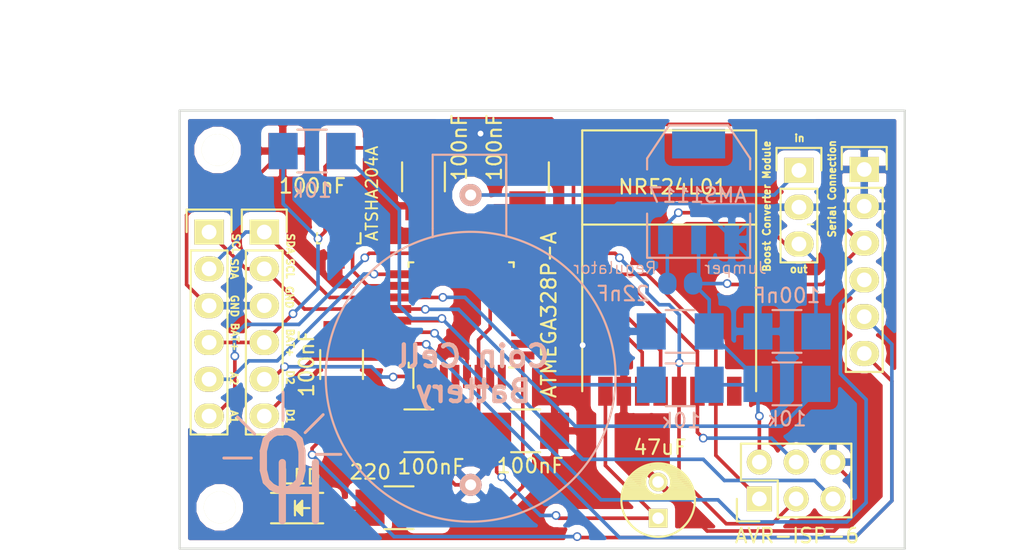
<source format=kicad_pcb>
(kicad_pcb (version 4) (host pcbnew 4.0.2-stable)

  (general
    (links 72)
    (no_connects 0)
    (area 143.561999 77.521999 193.750001 107.898001)
    (thickness 1.6)
    (drawings 41)
    (tracks 325)
    (zones 0)
    (modules 27)
    (nets 34)
  )

  (page A4)
  (layers
    (0 F.Cu signal hide)
    (31 B.Cu signal hide)
    (32 B.Adhes user)
    (33 F.Adhes user)
    (34 B.Paste user)
    (35 F.Paste user)
    (36 B.SilkS user)
    (37 F.SilkS user)
    (38 B.Mask user)
    (39 F.Mask user)
    (40 Dwgs.User user)
    (41 Cmts.User user)
    (42 Eco1.User user)
    (43 Eco2.User user)
    (44 Edge.Cuts user)
    (45 Margin user)
    (46 B.CrtYd user)
    (47 F.CrtYd user)
    (48 B.Fab user)
    (49 F.Fab user)
  )

  (setup
    (last_trace_width 0.25)
    (trace_clearance 0.2)
    (zone_clearance 0.508)
    (zone_45_only no)
    (trace_min 0.2)
    (segment_width 0.2)
    (edge_width 0.15)
    (via_size 0.6)
    (via_drill 0.4)
    (via_min_size 0.4)
    (via_min_drill 0.3)
    (uvia_size 0.3)
    (uvia_drill 0.1)
    (uvias_allowed no)
    (uvia_min_size 0.2)
    (uvia_min_drill 0.1)
    (pcb_text_width 0.3)
    (pcb_text_size 1.5 1.5)
    (mod_edge_width 0.15)
    (mod_text_size 1 1)
    (mod_text_width 0.15)
    (pad_size 1.524 1.524)
    (pad_drill 0.762)
    (pad_to_mask_clearance 0.2)
    (aux_axis_origin 0 0)
    (grid_origin 158.877 98.171)
    (visible_elements 7FFFFFFF)
    (pcbplotparams
      (layerselection 0x010f0_80000001)
      (usegerberextensions true)
      (excludeedgelayer true)
      (linewidth 0.100000)
      (plotframeref false)
      (viasonmask false)
      (mode 1)
      (useauxorigin false)
      (hpglpennumber 1)
      (hpglpenspeed 20)
      (hpglpendiameter 15)
      (hpglpenoverlay 2)
      (psnegative false)
      (psa4output false)
      (plotreference true)
      (plotvalue true)
      (plotinvisibletext false)
      (padsonsilk false)
      (subtractmaskfromsilk false)
      (outputformat 1)
      (mirror false)
      (drillshape 0)
      (scaleselection 1)
      (outputdirectory Gerber/))
  )

  (net 0 "")
  (net 1 GND)
  (net 2 "Net-(C1-Pad1)")
  (net 3 +BATT)
  (net 4 D3/Int1)
  (net 5 "Net-(IC1-Pad2)")
  (net 6 "Net-(IC1-Pad7)")
  (net 7 "Net-(IC1-Pad8)")
  (net 8 "Net-(IC1-Pad10)")
  (net 9 CE)
  (net 10 CSN)
  (net 11 MOSI)
  (net 12 MISO)
  (net 13 SCK)
  (net 14 "Net-(IC1-Pad19)")
  (net 15 "Net-(IC1-Pad22)")
  (net 16 A0)
  (net 17 A1)
  (net 18 A2)
  (net 19 A3)
  (net 20 SDA)
  (net 21 SCL)
  (net 22 RX)
  (net 23 TX)
  (net 24 D2/Int0)
  (net 25 Reset)
  (net 26 DTR)
  (net 27 "Net-(IC1-Pad11)")
  (net 28 D8)
  (net 29 "Net-(D1-Pad2)")
  (net 30 D5)
  (net 31 "Net-(BT1-Pad1)")
  (net 32 "Net-(C2-Pad1)")
  (net 33 "Net-(U3-Pad8)")

  (net_class Default "Dies ist die voreingestellte Netzklasse."
    (clearance 0.2)
    (trace_width 0.25)
    (via_dia 0.6)
    (via_drill 0.4)
    (uvia_dia 0.3)
    (uvia_drill 0.1)
    (add_net +BATT)
    (add_net A0)
    (add_net A1)
    (add_net A2)
    (add_net A3)
    (add_net CE)
    (add_net CSN)
    (add_net D2/Int0)
    (add_net D3/Int1)
    (add_net D5)
    (add_net D8)
    (add_net DTR)
    (add_net GND)
    (add_net MISO)
    (add_net MOSI)
    (add_net "Net-(BT1-Pad1)")
    (add_net "Net-(C1-Pad1)")
    (add_net "Net-(C2-Pad1)")
    (add_net "Net-(D1-Pad2)")
    (add_net "Net-(IC1-Pad10)")
    (add_net "Net-(IC1-Pad11)")
    (add_net "Net-(IC1-Pad19)")
    (add_net "Net-(IC1-Pad2)")
    (add_net "Net-(IC1-Pad22)")
    (add_net "Net-(IC1-Pad7)")
    (add_net "Net-(IC1-Pad8)")
    (add_net "Net-(U3-Pad8)")
    (add_net RX)
    (add_net Reset)
    (add_net SCK)
    (add_net SCL)
    (add_net SDA)
    (add_net TX)
  )

  (module Pin_Headers:Pin_Header_Straight_1x06 (layer F.Cu) (tedit 57755767) (tstamp 57545325)
    (at 145.669 85.979)
    (descr "Through hole pin header")
    (tags "pin header")
    (path /57532E43)
    (fp_text reference P3 (at 0.381 -4.699) (layer F.SilkS) hide
      (effects (font (size 1 1) (thickness 0.15)))
    )
    (fp_text value CONN_01X06 (at 0 -3.1) (layer F.Fab)
      (effects (font (size 1 1) (thickness 0.15)))
    )
    (fp_line (start -1.75 -1.75) (end -1.75 14.45) (layer F.CrtYd) (width 0.05))
    (fp_line (start 1.75 -1.75) (end 1.75 14.45) (layer F.CrtYd) (width 0.05))
    (fp_line (start -1.75 -1.75) (end 1.75 -1.75) (layer F.CrtYd) (width 0.05))
    (fp_line (start -1.75 14.45) (end 1.75 14.45) (layer F.CrtYd) (width 0.05))
    (fp_line (start 1.27 1.27) (end 1.27 13.97) (layer F.SilkS) (width 0.15))
    (fp_line (start 1.27 13.97) (end -1.27 13.97) (layer F.SilkS) (width 0.15))
    (fp_line (start -1.27 13.97) (end -1.27 1.27) (layer F.SilkS) (width 0.15))
    (fp_line (start 1.55 -1.55) (end 1.55 0) (layer F.SilkS) (width 0.15))
    (fp_line (start 1.27 1.27) (end -1.27 1.27) (layer F.SilkS) (width 0.15))
    (fp_line (start -1.55 0) (end -1.55 -1.55) (layer F.SilkS) (width 0.15))
    (fp_line (start -1.55 -1.55) (end 1.55 -1.55) (layer F.SilkS) (width 0.15))
    (pad 1 thru_hole rect (at 0 0) (size 2.032 1.7272) (drill 1.016) (layers *.Cu *.Mask F.SilkS)
      (net 21 SCL))
    (pad 2 thru_hole oval (at 0 2.54) (size 2.032 1.7272) (drill 1.016) (layers *.Cu *.Mask F.SilkS)
      (net 20 SDA))
    (pad 3 thru_hole oval (at 0 5.08) (size 2.032 1.7272) (drill 1.016) (layers *.Cu *.Mask F.SilkS)
      (net 1 GND))
    (pad 4 thru_hole oval (at 0 7.62) (size 2.032 1.7272) (drill 1.016) (layers *.Cu *.Mask F.SilkS)
      (net 3 +BATT))
    (pad 5 thru_hole oval (at 0 10.16) (size 2.032 1.7272) (drill 1.016) (layers *.Cu *.Mask F.SilkS)
      (net 18 A2))
    (pad 6 thru_hole oval (at 0 12.7) (size 2.032 1.7272) (drill 1.016) (layers *.Cu *.Mask F.SilkS)
      (net 17 A1))
    (model Pin_Headers.3dshapes/Pin_Header_Straight_1x06.wrl
      (at (xyz 0 -0.25 0))
      (scale (xyz 1 1 1))
      (rotate (xyz 0 0 90))
    )
  )

  (module mysensors_radios:NRF24L01-SMD (layer F.Cu) (tedit 577558FA) (tstamp 575C872A)
    (at 177.419 88.265)
    (path /5734DEEE)
    (fp_text reference U3 (at -1.8415 -0.254) (layer F.SilkS) hide
      (effects (font (size 1 1) (thickness 0.15)))
    )
    (fp_text value NRF24L01 (at 0.254 -5.3975) (layer F.SilkS)
      (effects (font (size 1 1) (thickness 0.15)))
    )
    (fp_line (start -6 -2.8) (end 6 -2.8) (layer F.SilkS) (width 0.15))
    (fp_line (start -6 8.7) (end -6 -9.3) (layer F.SilkS) (width 0.15))
    (fp_line (start 6 8.7) (end -6 8.7) (layer F.CrtYd) (width 0.15))
    (fp_line (start 6 -9.3) (end 6 8.7) (layer F.SilkS) (width 0.15))
    (fp_line (start -6 -9.3) (end 6 -9.3) (layer F.SilkS) (width 0.15))
    (pad 2 smd rect (at -4.4 8.7) (size 1 2) (layers F.Cu F.Paste F.Mask)
      (net 3 +BATT))
    (pad 1 smd rect (at -3.13 8.7) (size 1 2) (layers F.Cu F.Paste F.Mask)
      (net 1 GND))
    (pad 3 smd rect (at -1.86 8.7) (size 1 2) (layers F.Cu F.Paste F.Mask)
      (net 9 CE))
    (pad 4 smd rect (at -0.59 8.7) (size 1 2) (layers F.Cu F.Paste F.Mask)
      (net 10 CSN))
    (pad 5 smd rect (at 0.68 8.7) (size 1 2) (layers F.Cu F.Paste F.Mask)
      (net 13 SCK))
    (pad 6 smd rect (at 1.95 8.7) (size 1 2) (layers F.Cu F.Paste F.Mask)
      (net 11 MOSI))
    (pad 7 smd rect (at 3.22 8.7) (size 1 2) (layers F.Cu F.Paste F.Mask)
      (net 12 MISO))
    (pad 8 smd rect (at 4.49 8.7) (size 1 2) (layers F.Cu F.Paste F.Mask)
      (net 33 "Net-(U3-Pad8)"))
    (model ${MYSLOCAL}/mysensors.3dshapes/mysensors_radios.3dshapes/nrf24smd.wrl
      (at (xyz -5.7625 2.9 0.03))
      (scale (xyz 0.395 0.395 0.395))
      (rotate (xyz 0 0 0))
    )
    (model Housings_DFN_QFN.3dshapes/QFN-20-1EP_5x5mm_Pitch0.65mm.wrl
      (at (xyz 0.0165 -0.109 0.062))
      (scale (xyz 1 1 1))
      (rotate (xyz 0 0 0))
    )
  )

  (module Pin_Headers:Pin_Header_Straight_2x03 (layer F.Cu) (tedit 577557EF) (tstamp 575452DD)
    (at 183.642 104.394 90)
    (descr "Through hole pin header")
    (tags "pin header")
    (path /57533B2A)
    (fp_text reference CON1 (at 0 -5.1 90) (layer F.SilkS) hide
      (effects (font (size 1 1) (thickness 0.15)))
    )
    (fp_text value AVR-ISP-6 (at -2.54 2.6035 180) (layer F.SilkS)
      (effects (font (size 1 1) (thickness 0.15)))
    )
    (fp_line (start -1.27 1.27) (end -1.27 6.35) (layer F.SilkS) (width 0.15))
    (fp_line (start -1.55 -1.55) (end 0 -1.55) (layer F.SilkS) (width 0.15))
    (fp_line (start -1.75 -1.75) (end -1.75 6.85) (layer F.CrtYd) (width 0.05))
    (fp_line (start 4.3 -1.75) (end 4.3 6.85) (layer F.CrtYd) (width 0.05))
    (fp_line (start -1.75 -1.75) (end 4.3 -1.75) (layer F.CrtYd) (width 0.05))
    (fp_line (start -1.75 6.85) (end 4.3 6.85) (layer F.CrtYd) (width 0.05))
    (fp_line (start 1.27 -1.27) (end 1.27 1.27) (layer F.SilkS) (width 0.15))
    (fp_line (start 1.27 1.27) (end -1.27 1.27) (layer F.SilkS) (width 0.15))
    (fp_line (start -1.27 6.35) (end 3.81 6.35) (layer F.SilkS) (width 0.15))
    (fp_line (start 3.81 6.35) (end 3.81 1.27) (layer F.SilkS) (width 0.15))
    (fp_line (start -1.55 -1.55) (end -1.55 0) (layer F.SilkS) (width 0.15))
    (fp_line (start 3.81 -1.27) (end 1.27 -1.27) (layer F.SilkS) (width 0.15))
    (fp_line (start 3.81 1.27) (end 3.81 -1.27) (layer F.SilkS) (width 0.15))
    (pad 1 thru_hole rect (at 0 0 90) (size 1.7272 1.7272) (drill 1.016) (layers *.Cu *.Mask F.SilkS)
      (net 12 MISO))
    (pad 2 thru_hole oval (at 2.54 0 90) (size 1.7272 1.7272) (drill 1.016) (layers *.Cu *.Mask F.SilkS)
      (net 3 +BATT))
    (pad 3 thru_hole oval (at 0 2.54 90) (size 1.7272 1.7272) (drill 1.016) (layers *.Cu *.Mask F.SilkS)
      (net 13 SCK))
    (pad 4 thru_hole oval (at 2.54 2.54 90) (size 1.7272 1.7272) (drill 1.016) (layers *.Cu *.Mask F.SilkS)
      (net 11 MOSI))
    (pad 5 thru_hole oval (at 0 5.08 90) (size 1.7272 1.7272) (drill 1.016) (layers *.Cu *.Mask F.SilkS)
      (net 25 Reset))
    (pad 6 thru_hole oval (at 2.54 5.08 90) (size 1.7272 1.7272) (drill 1.016) (layers *.Cu *.Mask F.SilkS)
      (net 1 GND))
    (model Pin_Headers.3dshapes/Pin_Header_Straight_2x03.wrl
      (at (xyz 0.05 -0.1 0))
      (scale (xyz 1 1 1))
      (rotate (xyz 0 0 90))
    )
  )

  (module Housings_QFP:TQFP-32_7x7mm_Pitch0.8mm (layer F.Cu) (tedit 57755927) (tstamp 57545307)
    (at 163.068 91.694 90)
    (descr "32-Lead Plastic Thin Quad Flatpack (PT) - 7x7x1.0 mm Body, 2.00 mm [TQFP] (see Microchip Packaging Specification 00000049BS.pdf)")
    (tags "QFP 0.8")
    (path /5734D1E1)
    (attr smd)
    (fp_text reference IC1 (at 0 -6.05 90) (layer F.SilkS) hide
      (effects (font (size 1 1) (thickness 0.15)))
    )
    (fp_text value ATMEGA328P-A (at 0 6.05 90) (layer F.SilkS)
      (effects (font (size 1 1) (thickness 0.15)))
    )
    (fp_line (start -5.3 -5.3) (end -5.3 5.3) (layer F.CrtYd) (width 0.05))
    (fp_line (start 5.3 -5.3) (end 5.3 5.3) (layer F.CrtYd) (width 0.05))
    (fp_line (start -5.3 -5.3) (end 5.3 -5.3) (layer F.CrtYd) (width 0.05))
    (fp_line (start -5.3 5.3) (end 5.3 5.3) (layer F.CrtYd) (width 0.05))
    (fp_line (start -3.625 -3.625) (end -3.625 -3.3) (layer F.SilkS) (width 0.15))
    (fp_line (start 3.625 -3.625) (end 3.625 -3.3) (layer F.SilkS) (width 0.15))
    (fp_line (start 3.625 3.625) (end 3.625 3.3) (layer F.SilkS) (width 0.15))
    (fp_line (start -3.625 3.625) (end -3.625 3.3) (layer F.SilkS) (width 0.15))
    (fp_line (start -3.625 -3.625) (end -3.3 -3.625) (layer F.SilkS) (width 0.15))
    (fp_line (start -3.625 3.625) (end -3.3 3.625) (layer F.SilkS) (width 0.15))
    (fp_line (start 3.625 3.625) (end 3.3 3.625) (layer F.SilkS) (width 0.15))
    (fp_line (start 3.625 -3.625) (end 3.3 -3.625) (layer F.SilkS) (width 0.15))
    (fp_line (start -3.625 -3.3) (end -5.05 -3.3) (layer F.SilkS) (width 0.15))
    (pad 1 smd rect (at -4.25 -2.8 90) (size 1.6 0.55) (layers F.Cu F.Paste F.Mask)
      (net 4 D3/Int1))
    (pad 2 smd rect (at -4.25 -2 90) (size 1.6 0.55) (layers F.Cu F.Paste F.Mask)
      (net 5 "Net-(IC1-Pad2)"))
    (pad 3 smd rect (at -4.25 -1.2 90) (size 1.6 0.55) (layers F.Cu F.Paste F.Mask)
      (net 1 GND))
    (pad 4 smd rect (at -4.25 -0.4 90) (size 1.6 0.55) (layers F.Cu F.Paste F.Mask)
      (net 3 +BATT))
    (pad 5 smd rect (at -4.25 0.4 90) (size 1.6 0.55) (layers F.Cu F.Paste F.Mask)
      (net 1 GND))
    (pad 6 smd rect (at -4.25 1.2 90) (size 1.6 0.55) (layers F.Cu F.Paste F.Mask)
      (net 3 +BATT))
    (pad 7 smd rect (at -4.25 2 90) (size 1.6 0.55) (layers F.Cu F.Paste F.Mask)
      (net 6 "Net-(IC1-Pad7)"))
    (pad 8 smd rect (at -4.25 2.8 90) (size 1.6 0.55) (layers F.Cu F.Paste F.Mask)
      (net 7 "Net-(IC1-Pad8)"))
    (pad 9 smd rect (at -2.8 4.25 180) (size 1.6 0.55) (layers F.Cu F.Paste F.Mask)
      (net 30 D5))
    (pad 10 smd rect (at -2 4.25 180) (size 1.6 0.55) (layers F.Cu F.Paste F.Mask)
      (net 8 "Net-(IC1-Pad10)"))
    (pad 11 smd rect (at -1.2 4.25 180) (size 1.6 0.55) (layers F.Cu F.Paste F.Mask)
      (net 27 "Net-(IC1-Pad11)"))
    (pad 12 smd rect (at -0.4 4.25 180) (size 1.6 0.55) (layers F.Cu F.Paste F.Mask)
      (net 28 D8))
    (pad 13 smd rect (at 0.4 4.25 180) (size 1.6 0.55) (layers F.Cu F.Paste F.Mask)
      (net 9 CE))
    (pad 14 smd rect (at 1.2 4.25 180) (size 1.6 0.55) (layers F.Cu F.Paste F.Mask)
      (net 10 CSN))
    (pad 15 smd rect (at 2 4.25 180) (size 1.6 0.55) (layers F.Cu F.Paste F.Mask)
      (net 11 MOSI))
    (pad 16 smd rect (at 2.8 4.25 180) (size 1.6 0.55) (layers F.Cu F.Paste F.Mask)
      (net 12 MISO))
    (pad 17 smd rect (at 4.25 2.8 90) (size 1.6 0.55) (layers F.Cu F.Paste F.Mask)
      (net 13 SCK))
    (pad 18 smd rect (at 4.25 2 90) (size 1.6 0.55) (layers F.Cu F.Paste F.Mask)
      (net 3 +BATT))
    (pad 19 smd rect (at 4.25 1.2 90) (size 1.6 0.55) (layers F.Cu F.Paste F.Mask)
      (net 14 "Net-(IC1-Pad19)"))
    (pad 20 smd rect (at 4.25 0.4 90) (size 1.6 0.55) (layers F.Cu F.Paste F.Mask)
      (net 2 "Net-(C1-Pad1)"))
    (pad 21 smd rect (at 4.25 -0.4 90) (size 1.6 0.55) (layers F.Cu F.Paste F.Mask)
      (net 1 GND))
    (pad 22 smd rect (at 4.25 -1.2 90) (size 1.6 0.55) (layers F.Cu F.Paste F.Mask)
      (net 15 "Net-(IC1-Pad22)"))
    (pad 23 smd rect (at 4.25 -2 90) (size 1.6 0.55) (layers F.Cu F.Paste F.Mask)
      (net 16 A0))
    (pad 24 smd rect (at 4.25 -2.8 90) (size 1.6 0.55) (layers F.Cu F.Paste F.Mask)
      (net 17 A1))
    (pad 25 smd rect (at 2.8 -4.25 180) (size 1.6 0.55) (layers F.Cu F.Paste F.Mask)
      (net 18 A2))
    (pad 26 smd rect (at 2 -4.25 180) (size 1.6 0.55) (layers F.Cu F.Paste F.Mask)
      (net 19 A3))
    (pad 27 smd rect (at 1.2 -4.25 180) (size 1.6 0.55) (layers F.Cu F.Paste F.Mask)
      (net 20 SDA))
    (pad 28 smd rect (at 0.4 -4.25 180) (size 1.6 0.55) (layers F.Cu F.Paste F.Mask)
      (net 21 SCL))
    (pad 29 smd rect (at -0.4 -4.25 180) (size 1.6 0.55) (layers F.Cu F.Paste F.Mask)
      (net 25 Reset))
    (pad 30 smd rect (at -1.2 -4.25 180) (size 1.6 0.55) (layers F.Cu F.Paste F.Mask)
      (net 22 RX))
    (pad 31 smd rect (at -2 -4.25 180) (size 1.6 0.55) (layers F.Cu F.Paste F.Mask)
      (net 23 TX))
    (pad 32 smd rect (at -2.8 -4.25 180) (size 1.6 0.55) (layers F.Cu F.Paste F.Mask)
      (net 24 D2/Int0))
    (model Housings_QFP.3dshapes/TQFP-32_7x7mm_Pitch0.8mm.wrl
      (at (xyz 0 0 0))
      (scale (xyz 1 1 1))
      (rotate (xyz 0 0 0))
    )
  )

  (module Pin_Headers:Pin_Header_Straight_1x06 (layer F.Cu) (tedit 5775582A) (tstamp 5754531B)
    (at 149.479 85.979)
    (descr "Through hole pin header")
    (tags "pin header")
    (path /57532D05)
    (fp_text reference P2 (at 0 -5.1) (layer F.SilkS) hide
      (effects (font (size 1 1) (thickness 0.15)))
    )
    (fp_text value CONN_01X06 (at 0 -3.1) (layer F.Fab)
      (effects (font (size 1 1) (thickness 0.15)))
    )
    (fp_line (start -1.75 -1.75) (end -1.75 14.45) (layer F.CrtYd) (width 0.05))
    (fp_line (start 1.75 -1.75) (end 1.75 14.45) (layer F.CrtYd) (width 0.05))
    (fp_line (start -1.75 -1.75) (end 1.75 -1.75) (layer F.CrtYd) (width 0.05))
    (fp_line (start -1.75 14.45) (end 1.75 14.45) (layer F.CrtYd) (width 0.05))
    (fp_line (start 1.27 1.27) (end 1.27 13.97) (layer F.SilkS) (width 0.15))
    (fp_line (start 1.27 13.97) (end -1.27 13.97) (layer F.SilkS) (width 0.15))
    (fp_line (start -1.27 13.97) (end -1.27 1.27) (layer F.SilkS) (width 0.15))
    (fp_line (start 1.55 -1.55) (end 1.55 0) (layer F.SilkS) (width 0.15))
    (fp_line (start 1.27 1.27) (end -1.27 1.27) (layer F.SilkS) (width 0.15))
    (fp_line (start -1.55 0) (end -1.55 -1.55) (layer F.SilkS) (width 0.15))
    (fp_line (start -1.55 -1.55) (end 1.55 -1.55) (layer F.SilkS) (width 0.15))
    (pad 1 thru_hole rect (at 0 0) (size 2.032 1.7272) (drill 1.016) (layers *.Cu *.Mask F.SilkS)
      (net 20 SDA))
    (pad 2 thru_hole oval (at 0 2.54) (size 2.032 1.7272) (drill 1.016) (layers *.Cu *.Mask F.SilkS)
      (net 21 SCL))
    (pad 3 thru_hole oval (at 0 5.08) (size 2.032 1.7272) (drill 1.016) (layers *.Cu *.Mask F.SilkS)
      (net 1 GND))
    (pad 4 thru_hole oval (at 0 7.62) (size 2.032 1.7272) (drill 1.016) (layers *.Cu *.Mask F.SilkS)
      (net 3 +BATT))
    (pad 5 thru_hole oval (at 0 10.16) (size 2.032 1.7272) (drill 1.016) (layers *.Cu *.Mask F.SilkS)
      (net 4 D3/Int1))
    (pad 6 thru_hole oval (at 0 12.7) (size 2.032 1.7272) (drill 1.016) (layers *.Cu *.Mask F.SilkS)
      (net 24 D2/Int0))
    (model Pin_Headers.3dshapes/Pin_Header_Straight_1x06.wrl
      (at (xyz 0 -0.25 0))
      (scale (xyz 1 1 1))
      (rotate (xyz 0 0 90))
    )
  )

  (module "Batteries:CR2032 Battery Holder" (layer B.Cu) (tedit 57755A8F) (tstamp 575C8511)
    (at 168.7195 98.425 90)
    (path /5734EA96)
    (fp_text reference BT1 (at 10.7696 4.5212 90) (layer B.SilkS) hide
      (effects (font (size 1 1) (thickness 0.15)) (justify mirror))
    )
    (fp_text value Battery (at 2.3876 -2.0574 90) (layer B.Fab)
      (effects (font (size 1 1) (thickness 0.15)) (justify mirror))
    )
    (fp_line (start 12.6492 -2.54) (end 12.1412 -2.54) (layer B.SilkS) (width 0.15))
    (fp_line (start 12.6746 -7.62) (end 12.0904 -7.62) (layer B.SilkS) (width 0.15))
    (fp_line (start 12.7 -2.54) (end 17.78 -2.54) (layer B.SilkS) (width 0.15))
    (fp_line (start 17.78 -2.54) (end 17.78 -7.62) (layer B.SilkS) (width 0.15))
    (fp_line (start 17.78 -7.62) (end 12.7 -7.62) (layer B.SilkS) (width 0.15))
    (fp_circle (center 2.46 -5) (end 12.46 -5) (layer B.SilkS) (width 0.15))
    (pad 2 thru_hole circle (at -5 -5 90) (size 1.524 1.524) (drill 0.762) (layers *.Cu *.Mask B.SilkS)
      (net 1 GND))
    (pad 1 thru_hole circle (at 15 -5 90) (size 1.524 1.524) (drill 0.762) (layers *.Cu *.Mask B.SilkS)
      (net 31 "Net-(BT1-Pad1)"))
  )

  (module Capacitors_SMD:C_1210_HandSoldering (layer F.Cu) (tedit 57759470) (tstamp 575C851D)
    (at 152.7556 80.391 180)
    (descr "Capacitor SMD 1210, hand soldering")
    (tags "capacitor 1210")
    (path /573DA788)
    (attr smd)
    (fp_text reference C8 (at 0 -2.7 180) (layer F.SilkS) hide
      (effects (font (size 1 1) (thickness 0.15)))
    )
    (fp_text value 100nF (at -0.0508 -2.413 360) (layer F.SilkS)
      (effects (font (size 1 1) (thickness 0.15)))
    )
    (fp_line (start -3.3 -1.6) (end 3.3 -1.6) (layer F.CrtYd) (width 0.05))
    (fp_line (start -3.3 1.6) (end 3.3 1.6) (layer F.CrtYd) (width 0.05))
    (fp_line (start -3.3 -1.6) (end -3.3 1.6) (layer F.CrtYd) (width 0.05))
    (fp_line (start 3.3 -1.6) (end 3.3 1.6) (layer F.CrtYd) (width 0.05))
    (fp_line (start 1 -1.475) (end -1 -1.475) (layer F.SilkS) (width 0.15))
    (fp_line (start -1 1.475) (end 1 1.475) (layer F.SilkS) (width 0.15))
    (pad 1 smd rect (at -2 0 180) (size 2 2.5) (layers F.Cu F.Paste F.Mask)
      (net 3 +BATT))
    (pad 2 smd rect (at 2 0 180) (size 2 2.5) (layers F.Cu F.Paste F.Mask)
      (net 1 GND))
    (model Capacitors_SMD.3dshapes/C_1210_HandSoldering.wrl
      (at (xyz 0 0 0))
      (scale (xyz 1 1 1))
      (rotate (xyz 0 0 0))
    )
  )

  (module mysensors_obscurities:2_pin_solder_jumper_smd (layer B.Cu) (tedit 57755A41) (tstamp 575C8523)
    (at 178.181 89.535)
    (path /57588742)
    (fp_text reference JP1 (at -0.635 3.048) (layer B.SilkS) hide
      (effects (font (size 1 1) (thickness 0.15)) (justify mirror))
    )
    (fp_text value JUMPER (at 0 1.524) (layer B.Fab)
      (effects (font (size 1 1) (thickness 0.15)) (justify mirror))
    )
    (pad 2 smd oval (at 0.889 0) (size 1.27 1.524) (layers B.Cu B.Paste B.Mask)
      (net 3 +BATT))
    (pad 1 smd oval (at -0.889 0) (size 1.27 1.524) (layers B.Cu B.Paste B.Mask)
      (net 32 "Net-(C2-Pad1)"))
  )

  (module Pin_Headers:Pin_Header_Straight_1x06 (layer F.Cu) (tedit 57755821) (tstamp 575C852D)
    (at 190.881 81.661)
    (descr "Through hole pin header")
    (tags "pin header")
    (path /57534C02)
    (fp_text reference P4 (at 0 -5.1) (layer F.SilkS) hide
      (effects (font (size 1 1) (thickness 0.15)))
    )
    (fp_text value CONN_01X06 (at 0 -3.1) (layer F.Fab)
      (effects (font (size 1 1) (thickness 0.15)))
    )
    (fp_line (start -1.75 -1.75) (end -1.75 14.45) (layer F.CrtYd) (width 0.05))
    (fp_line (start 1.75 -1.75) (end 1.75 14.45) (layer F.CrtYd) (width 0.05))
    (fp_line (start -1.75 -1.75) (end 1.75 -1.75) (layer F.CrtYd) (width 0.05))
    (fp_line (start -1.75 14.45) (end 1.75 14.45) (layer F.CrtYd) (width 0.05))
    (fp_line (start 1.27 1.27) (end 1.27 13.97) (layer F.SilkS) (width 0.15))
    (fp_line (start 1.27 13.97) (end -1.27 13.97) (layer F.SilkS) (width 0.15))
    (fp_line (start -1.27 13.97) (end -1.27 1.27) (layer F.SilkS) (width 0.15))
    (fp_line (start 1.55 -1.55) (end 1.55 0) (layer F.SilkS) (width 0.15))
    (fp_line (start 1.27 1.27) (end -1.27 1.27) (layer F.SilkS) (width 0.15))
    (fp_line (start -1.55 0) (end -1.55 -1.55) (layer F.SilkS) (width 0.15))
    (fp_line (start -1.55 -1.55) (end 1.55 -1.55) (layer F.SilkS) (width 0.15))
    (pad 1 thru_hole rect (at 0 0) (size 2.032 1.7272) (drill 1.016) (layers *.Cu *.Mask F.SilkS)
      (net 1 GND))
    (pad 2 thru_hole oval (at 0 2.54) (size 2.032 1.7272) (drill 1.016) (layers *.Cu *.Mask F.SilkS)
      (net 1 GND))
    (pad 3 thru_hole oval (at 0 5.08) (size 2.032 1.7272) (drill 1.016) (layers *.Cu *.Mask F.SilkS)
      (net 3 +BATT))
    (pad 4 thru_hole oval (at 0 7.62) (size 2.032 1.7272) (drill 1.016) (layers *.Cu *.Mask F.SilkS)
      (net 22 RX))
    (pad 5 thru_hole oval (at 0 10.16) (size 2.032 1.7272) (drill 1.016) (layers *.Cu *.Mask F.SilkS)
      (net 23 TX))
    (pad 6 thru_hole oval (at 0 12.7) (size 2.032 1.7272) (drill 1.016) (layers *.Cu *.Mask F.SilkS)
      (net 26 DTR))
    (model Pin_Headers.3dshapes/Pin_Header_Straight_1x06.wrl
      (at (xyz 0 -0.25 0))
      (scale (xyz 1 1 1))
      (rotate (xyz 0 0 90))
    )
  )

  (module TO_SOT_Packages_SMD:SOT-23_Handsoldering (layer F.Cu) (tedit 57755D9B) (tstamp 575C8534)
    (at 154.6225 86.106 180)
    (descr "SOT-23, Handsoldering")
    (tags SOT-23)
    (path /5734DF8F)
    (attr smd)
    (fp_text reference U4 (at 0 -3.81 180) (layer F.SilkS) hide
      (effects (font (size 1 1) (thickness 0.15)))
    )
    (fp_text value ATSHA204A (at -2.286 2.794 270) (layer F.SilkS)
      (effects (font (size 0.8 0.8) (thickness 0.125)))
    )
    (fp_line (start -1.49982 0.0508) (end -1.49982 -0.65024) (layer F.SilkS) (width 0.15))
    (fp_line (start -1.49982 -0.65024) (end -1.2509 -0.65024) (layer F.SilkS) (width 0.15))
    (fp_line (start 1.29916 -0.65024) (end 1.49982 -0.65024) (layer F.SilkS) (width 0.15))
    (fp_line (start 1.49982 -0.65024) (end 1.49982 0.0508) (layer F.SilkS) (width 0.15))
    (pad 1 smd rect (at -0.95 1.50114 180) (size 0.8001 1.80086) (layers F.Cu F.Paste F.Mask)
      (net 19 A3))
    (pad 2 smd rect (at 0.95 1.50114 180) (size 0.8001 1.80086) (layers F.Cu F.Paste F.Mask)
      (net 3 +BATT))
    (pad 3 smd rect (at 0 -1.50114 180) (size 0.8001 1.80086) (layers F.Cu F.Paste F.Mask)
      (net 1 GND))
    (model TO_SOT_Packages_SMD.3dshapes/SOT-23_Handsoldering.wrl
      (at (xyz 0 0 0))
      (scale (xyz 1 1 1))
      (rotate (xyz 0 0 0))
    )
  )

  (module Pin_Headers:Pin_Header_Straight_1x03 (layer F.Cu) (tedit 57755959) (tstamp 575C8695)
    (at 186.3725 81.7245)
    (descr "Through hole pin header")
    (tags "pin header")
    (path /575873DC)
    (fp_text reference P1 (at 0 -5.1) (layer F.SilkS) hide
      (effects (font (size 1 1) (thickness 0.15)))
    )
    (fp_text value "Boost Converter Module" (at -2.2225 2.4765 90) (layer F.SilkS)
      (effects (font (size 0.5 0.5) (thickness 0.125)))
    )
    (fp_line (start -1.75 -1.75) (end -1.75 6.85) (layer F.CrtYd) (width 0.05))
    (fp_line (start 1.75 -1.75) (end 1.75 6.85) (layer F.CrtYd) (width 0.05))
    (fp_line (start -1.75 -1.75) (end 1.75 -1.75) (layer F.CrtYd) (width 0.05))
    (fp_line (start -1.75 6.85) (end 1.75 6.85) (layer F.CrtYd) (width 0.05))
    (fp_line (start -1.27 1.27) (end -1.27 6.35) (layer F.SilkS) (width 0.15))
    (fp_line (start -1.27 6.35) (end 1.27 6.35) (layer F.SilkS) (width 0.15))
    (fp_line (start 1.27 6.35) (end 1.27 1.27) (layer F.SilkS) (width 0.15))
    (fp_line (start 1.55 -1.55) (end 1.55 0) (layer F.SilkS) (width 0.15))
    (fp_line (start 1.27 1.27) (end -1.27 1.27) (layer F.SilkS) (width 0.15))
    (fp_line (start -1.55 0) (end -1.55 -1.55) (layer F.SilkS) (width 0.15))
    (fp_line (start -1.55 -1.55) (end 1.55 -1.55) (layer F.SilkS) (width 0.15))
    (pad 1 thru_hole rect (at 0 0) (size 2.032 1.7272) (drill 1.016) (layers *.Cu *.Mask F.SilkS)
      (net 31 "Net-(BT1-Pad1)"))
    (pad 2 thru_hole oval (at 0 2.54) (size 2.032 1.7272) (drill 1.016) (layers *.Cu *.Mask F.SilkS)
      (net 1 GND))
    (pad 3 thru_hole oval (at 0 5.08) (size 2.032 1.7272) (drill 1.016) (layers *.Cu *.Mask F.SilkS)
      (net 32 "Net-(C2-Pad1)"))
    (model Pin_Headers.3dshapes/Pin_Header_Straight_1x03.wrl
      (at (xyz 0 -0.1 0))
      (scale (xyz 1 1 1))
      (rotate (xyz 0 0 90))
    )
  )

  (module TO_SOT_Packages_SMD:SOT-223 (layer B.Cu) (tedit 577559C2) (tstamp 575C871E)
    (at 179.451 83.185 180)
    (descr "module CMS SOT223 4 pins")
    (tags "CMS SOT")
    (path /575881E5)
    (attr smd)
    (fp_text reference U1 (at 0 0.762 180) (layer B.SilkS) hide
      (effects (font (size 1 1) (thickness 0.15)) (justify mirror))
    )
    (fp_text value AMS1117 (at 0.0635 -0.254 180) (layer B.SilkS)
      (effects (font (size 1 1) (thickness 0.15)) (justify mirror))
    )
    (fp_line (start -3.556 -1.524) (end -3.556 -4.572) (layer B.SilkS) (width 0.15))
    (fp_line (start -3.556 -4.572) (end 3.556 -4.572) (layer B.SilkS) (width 0.15))
    (fp_line (start 3.556 -4.572) (end 3.556 -1.524) (layer B.SilkS) (width 0.15))
    (fp_line (start -3.556 1.524) (end -3.556 2.286) (layer B.SilkS) (width 0.15))
    (fp_line (start -3.556 2.286) (end -2.032 4.572) (layer B.SilkS) (width 0.15))
    (fp_line (start -2.032 4.572) (end 2.032 4.572) (layer B.SilkS) (width 0.15))
    (fp_line (start 2.032 4.572) (end 3.556 2.286) (layer B.SilkS) (width 0.15))
    (fp_line (start 3.556 2.286) (end 3.556 1.524) (layer B.SilkS) (width 0.15))
    (pad 4 smd rect (at 0 3.302 180) (size 3.6576 2.032) (layers B.Cu B.Paste B.Mask))
    (pad 2 smd rect (at 0 -3.302 180) (size 1.016 2.032) (layers B.Cu B.Paste B.Mask)
      (net 3 +BATT))
    (pad 3 smd rect (at 2.286 -3.302 180) (size 1.016 2.032) (layers B.Cu B.Paste B.Mask)
      (net 32 "Net-(C2-Pad1)"))
    (pad 1 smd rect (at -2.286 -3.302 180) (size 1.016 2.032) (layers B.Cu B.Paste B.Mask)
      (net 1 GND))
    (model TO_SOT_Packages_SMD.3dshapes/SOT-223.wrl
      (at (xyz 0 0 0))
      (scale (xyz 0.4 0.4 0.4))
      (rotate (xyz 0 0 0))
    )
  )

  (module Capacitors_SMD:C_1210_HandSoldering (layer F.Cu) (tedit 57755CAE) (tstamp 575C885A)
    (at 167.64 82.169 90)
    (descr "Capacitor SMD 1210, hand soldering")
    (tags "capacitor 1210")
    (path /5734D464)
    (attr smd)
    (fp_text reference C1 (at 0 -2.7 90) (layer F.SilkS) hide
      (effects (font (size 1 1) (thickness 0.15)))
    )
    (fp_text value 100nF (at 2.032 -2.286 90) (layer F.SilkS)
      (effects (font (size 1 1) (thickness 0.15)))
    )
    (fp_line (start -3.3 -1.6) (end 3.3 -1.6) (layer F.CrtYd) (width 0.05))
    (fp_line (start -3.3 1.6) (end 3.3 1.6) (layer F.CrtYd) (width 0.05))
    (fp_line (start -3.3 -1.6) (end -3.3 1.6) (layer F.CrtYd) (width 0.05))
    (fp_line (start 3.3 -1.6) (end 3.3 1.6) (layer F.CrtYd) (width 0.05))
    (fp_line (start 1 -1.475) (end -1 -1.475) (layer F.SilkS) (width 0.15))
    (fp_line (start -1 1.475) (end 1 1.475) (layer F.SilkS) (width 0.15))
    (pad 1 smd rect (at -2 0 90) (size 2 2.5) (layers F.Cu F.Paste F.Mask)
      (net 2 "Net-(C1-Pad1)"))
    (pad 2 smd rect (at 2 0 90) (size 2 2.5) (layers F.Cu F.Paste F.Mask)
      (net 1 GND))
    (model Capacitors_SMD.3dshapes/C_1210_HandSoldering.wrl
      (at (xyz 0 0 0))
      (scale (xyz 1 1 1))
      (rotate (xyz 0 0 0))
    )
  )

  (module Capacitors_SMD:C_1210_HandSoldering (layer B.Cu) (tedit 57755D55) (tstamp 575C8860)
    (at 185.547 92.837 180)
    (descr "Capacitor SMD 1210, hand soldering")
    (tags "capacitor 1210")
    (path /573DC584)
    (attr smd)
    (fp_text reference C2 (at -0.0635 2.667 180) (layer B.SilkS) hide
      (effects (font (size 1 1) (thickness 0.15)) (justify mirror))
    )
    (fp_text value 100nF (at 0 2.4765 180) (layer B.SilkS)
      (effects (font (size 1 1) (thickness 0.15)) (justify mirror))
    )
    (fp_line (start -3.3 1.6) (end 3.3 1.6) (layer B.CrtYd) (width 0.05))
    (fp_line (start -3.3 -1.6) (end 3.3 -1.6) (layer B.CrtYd) (width 0.05))
    (fp_line (start -3.3 1.6) (end -3.3 -1.6) (layer B.CrtYd) (width 0.05))
    (fp_line (start 3.3 1.6) (end 3.3 -1.6) (layer B.CrtYd) (width 0.05))
    (fp_line (start 1 1.475) (end -1 1.475) (layer B.SilkS) (width 0.15))
    (fp_line (start -1 -1.475) (end 1 -1.475) (layer B.SilkS) (width 0.15))
    (pad 1 smd rect (at -2 0 180) (size 2 2.5) (layers B.Cu B.Paste B.Mask)
      (net 32 "Net-(C2-Pad1)"))
    (pad 2 smd rect (at 2 0 180) (size 2 2.5) (layers B.Cu B.Paste B.Mask)
      (net 1 GND))
    (model Capacitors_SMD.3dshapes/C_1210_HandSoldering.wrl
      (at (xyz 0 0 0))
      (scale (xyz 1 1 1))
      (rotate (xyz 0 0 0))
    )
  )

  (module Capacitors_SMD:C_1210_HandSoldering (layer B.Cu) (tedit 57755D6E) (tstamp 575C8866)
    (at 178.181 92.837 180)
    (descr "Capacitor SMD 1210, hand soldering")
    (tags "capacitor 1210")
    (path /5758B622)
    (attr smd)
    (fp_text reference C3 (at 0 2.7 180) (layer B.SilkS) hide
      (effects (font (size 1 1) (thickness 0.15)) (justify mirror))
    )
    (fp_text value 22nF (at 3.937 2.6035 180) (layer B.SilkS)
      (effects (font (size 1 1) (thickness 0.15)) (justify mirror))
    )
    (fp_line (start -3.3 1.6) (end 3.3 1.6) (layer B.CrtYd) (width 0.05))
    (fp_line (start -3.3 -1.6) (end 3.3 -1.6) (layer B.CrtYd) (width 0.05))
    (fp_line (start -3.3 1.6) (end -3.3 -1.6) (layer B.CrtYd) (width 0.05))
    (fp_line (start 3.3 1.6) (end 3.3 -1.6) (layer B.CrtYd) (width 0.05))
    (fp_line (start 1 1.475) (end -1 1.475) (layer B.SilkS) (width 0.15))
    (fp_line (start -1 -1.475) (end 1 -1.475) (layer B.SilkS) (width 0.15))
    (pad 1 smd rect (at -2 0 180) (size 2 2.5) (layers B.Cu B.Paste B.Mask)
      (net 3 +BATT))
    (pad 2 smd rect (at 2 0 180) (size 2 2.5) (layers B.Cu B.Paste B.Mask)
      (net 1 GND))
    (model Capacitors_SMD.3dshapes/C_1210_HandSoldering.wrl
      (at (xyz 0 0 0))
      (scale (xyz 1 1 1))
      (rotate (xyz 0 0 0))
    )
  )

  (module Capacitors_SMD:C_1210_HandSoldering (layer F.Cu) (tedit 5775585E) (tstamp 575C886C)
    (at 154.813 95.123 90)
    (descr "Capacitor SMD 1210, hand soldering")
    (tags "capacitor 1210")
    (path /5752FDC1)
    (attr smd)
    (fp_text reference C4 (at 0 -2.7 90) (layer F.SilkS) hide
      (effects (font (size 1 1) (thickness 0.15)))
    )
    (fp_text value 100nF (at 0.0635 -2.413 90) (layer F.SilkS)
      (effects (font (size 1 1) (thickness 0.15)))
    )
    (fp_line (start -3.3 -1.6) (end 3.3 -1.6) (layer F.CrtYd) (width 0.05))
    (fp_line (start -3.3 1.6) (end 3.3 1.6) (layer F.CrtYd) (width 0.05))
    (fp_line (start -3.3 -1.6) (end -3.3 1.6) (layer F.CrtYd) (width 0.05))
    (fp_line (start 3.3 -1.6) (end 3.3 1.6) (layer F.CrtYd) (width 0.05))
    (fp_line (start 1 -1.475) (end -1 -1.475) (layer F.SilkS) (width 0.15))
    (fp_line (start -1 1.475) (end 1 1.475) (layer F.SilkS) (width 0.15))
    (pad 1 smd rect (at -2 0 90) (size 2 2.5) (layers F.Cu F.Paste F.Mask)
      (net 26 DTR))
    (pad 2 smd rect (at 2 0 90) (size 2 2.5) (layers F.Cu F.Paste F.Mask)
      (net 25 Reset))
    (model Capacitors_SMD.3dshapes/C_1210_HandSoldering.wrl
      (at (xyz 0 0 0))
      (scale (xyz 1 1 1))
      (rotate (xyz 0 0 0))
    )
  )

  (module Capacitors_SMD:C_1210_HandSoldering (layer F.Cu) (tedit 5775588C) (tstamp 575C8872)
    (at 167.513 99.695)
    (descr "Capacitor SMD 1210, hand soldering")
    (tags "capacitor 1210")
    (path /5734D80F)
    (attr smd)
    (fp_text reference C5 (at 0 -2.7) (layer F.SilkS) hide
      (effects (font (size 1 1) (thickness 0.15)))
    )
    (fp_text value 100nF (at 0.3175 2.413) (layer F.SilkS)
      (effects (font (size 1 1) (thickness 0.15)))
    )
    (fp_line (start -3.3 -1.6) (end 3.3 -1.6) (layer F.CrtYd) (width 0.05))
    (fp_line (start -3.3 1.6) (end 3.3 1.6) (layer F.CrtYd) (width 0.05))
    (fp_line (start -3.3 -1.6) (end -3.3 1.6) (layer F.CrtYd) (width 0.05))
    (fp_line (start 3.3 -1.6) (end 3.3 1.6) (layer F.CrtYd) (width 0.05))
    (fp_line (start 1 -1.475) (end -1 -1.475) (layer F.SilkS) (width 0.15))
    (fp_line (start -1 1.475) (end 1 1.475) (layer F.SilkS) (width 0.15))
    (pad 1 smd rect (at -2 0) (size 2 2.5) (layers F.Cu F.Paste F.Mask)
      (net 3 +BATT))
    (pad 2 smd rect (at 2 0) (size 2 2.5) (layers F.Cu F.Paste F.Mask)
      (net 1 GND))
    (model Capacitors_SMD.3dshapes/C_1210_HandSoldering.wrl
      (at (xyz 0 0 0))
      (scale (xyz 1 1 1))
      (rotate (xyz 0 0 0))
    )
  )

  (module Capacitors_ThroughHole:C_Radial_D5_L6_P2.5 (layer F.Cu) (tedit 577557D7) (tstamp 575C8878)
    (at 176.657 105.7275 90)
    (descr "Radial Electrolytic Capacitor Diameter 5mm x Length 6mm, Pitch 2.5mm")
    (tags "Electrolytic Capacitor")
    (path /573DC97D)
    (fp_text reference C7 (at 2.159 -3.6195 90) (layer F.SilkS) hide
      (effects (font (size 1 1) (thickness 0.15)))
    )
    (fp_text value 47uF (at 4.8895 0.127 180) (layer F.SilkS)
      (effects (font (size 1 1) (thickness 0.15)))
    )
    (fp_line (start 1.325 -2.499) (end 1.325 2.499) (layer F.SilkS) (width 0.15))
    (fp_line (start 1.465 -2.491) (end 1.465 2.491) (layer F.SilkS) (width 0.15))
    (fp_line (start 1.605 -2.475) (end 1.605 -0.095) (layer F.SilkS) (width 0.15))
    (fp_line (start 1.605 0.095) (end 1.605 2.475) (layer F.SilkS) (width 0.15))
    (fp_line (start 1.745 -2.451) (end 1.745 -0.49) (layer F.SilkS) (width 0.15))
    (fp_line (start 1.745 0.49) (end 1.745 2.451) (layer F.SilkS) (width 0.15))
    (fp_line (start 1.885 -2.418) (end 1.885 -0.657) (layer F.SilkS) (width 0.15))
    (fp_line (start 1.885 0.657) (end 1.885 2.418) (layer F.SilkS) (width 0.15))
    (fp_line (start 2.025 -2.377) (end 2.025 -0.764) (layer F.SilkS) (width 0.15))
    (fp_line (start 2.025 0.764) (end 2.025 2.377) (layer F.SilkS) (width 0.15))
    (fp_line (start 2.165 -2.327) (end 2.165 -0.835) (layer F.SilkS) (width 0.15))
    (fp_line (start 2.165 0.835) (end 2.165 2.327) (layer F.SilkS) (width 0.15))
    (fp_line (start 2.305 -2.266) (end 2.305 -0.879) (layer F.SilkS) (width 0.15))
    (fp_line (start 2.305 0.879) (end 2.305 2.266) (layer F.SilkS) (width 0.15))
    (fp_line (start 2.445 -2.196) (end 2.445 -0.898) (layer F.SilkS) (width 0.15))
    (fp_line (start 2.445 0.898) (end 2.445 2.196) (layer F.SilkS) (width 0.15))
    (fp_line (start 2.585 -2.114) (end 2.585 -0.896) (layer F.SilkS) (width 0.15))
    (fp_line (start 2.585 0.896) (end 2.585 2.114) (layer F.SilkS) (width 0.15))
    (fp_line (start 2.725 -2.019) (end 2.725 -0.871) (layer F.SilkS) (width 0.15))
    (fp_line (start 2.725 0.871) (end 2.725 2.019) (layer F.SilkS) (width 0.15))
    (fp_line (start 2.865 -1.908) (end 2.865 -0.823) (layer F.SilkS) (width 0.15))
    (fp_line (start 2.865 0.823) (end 2.865 1.908) (layer F.SilkS) (width 0.15))
    (fp_line (start 3.005 -1.78) (end 3.005 -0.745) (layer F.SilkS) (width 0.15))
    (fp_line (start 3.005 0.745) (end 3.005 1.78) (layer F.SilkS) (width 0.15))
    (fp_line (start 3.145 -1.631) (end 3.145 -0.628) (layer F.SilkS) (width 0.15))
    (fp_line (start 3.145 0.628) (end 3.145 1.631) (layer F.SilkS) (width 0.15))
    (fp_line (start 3.285 -1.452) (end 3.285 -0.44) (layer F.SilkS) (width 0.15))
    (fp_line (start 3.285 0.44) (end 3.285 1.452) (layer F.SilkS) (width 0.15))
    (fp_line (start 3.425 -1.233) (end 3.425 1.233) (layer F.SilkS) (width 0.15))
    (fp_line (start 3.565 -0.944) (end 3.565 0.944) (layer F.SilkS) (width 0.15))
    (fp_line (start 3.705 -0.472) (end 3.705 0.472) (layer F.SilkS) (width 0.15))
    (fp_circle (center 2.5 0) (end 2.5 -0.9) (layer F.SilkS) (width 0.15))
    (fp_circle (center 1.25 0) (end 1.25 -2.5375) (layer F.SilkS) (width 0.15))
    (fp_circle (center 1.25 0) (end 1.25 -2.8) (layer F.CrtYd) (width 0.05))
    (pad 1 thru_hole rect (at 0 0 90) (size 1.3 1.3) (drill 0.8) (layers *.Cu *.Mask F.SilkS)
      (net 3 +BATT))
    (pad 2 thru_hole circle (at 2.5 0 90) (size 1.3 1.3) (drill 0.8) (layers *.Cu *.Mask F.SilkS)
      (net 1 GND))
    (model Capacitors_ThroughHole.3dshapes/C_Radial_D5_L6_P2.5.wrl
      (at (xyz 0.0492126 0 0))
      (scale (xyz 1 1 1))
      (rotate (xyz 0 0 90))
    )
  )

  (module LEDs:LED_1206 (layer F.Cu) (tedit 57755D2A) (tstamp 575C887E)
    (at 152.0952 105.029)
    (descr "LED 1206 smd package")
    (tags "LED1206 SMD")
    (path /57545A93)
    (attr smd)
    (fp_text reference D1 (at 0 -2) (layer F.SilkS) hide
      (effects (font (size 1 1) (thickness 0.15)))
    )
    (fp_text value LED (at -0.0635 -2.159) (layer F.SilkS)
      (effects (font (size 1 1) (thickness 0.15)))
    )
    (fp_line (start -2.15 1.05) (end 1.45 1.05) (layer F.SilkS) (width 0.15))
    (fp_line (start -2.15 -1.05) (end 1.45 -1.05) (layer F.SilkS) (width 0.15))
    (fp_line (start -0.1 -0.3) (end -0.1 0.3) (layer F.SilkS) (width 0.15))
    (fp_line (start -0.1 0.3) (end -0.4 0) (layer F.SilkS) (width 0.15))
    (fp_line (start -0.4 0) (end -0.2 -0.2) (layer F.SilkS) (width 0.15))
    (fp_line (start -0.2 -0.2) (end -0.2 0.05) (layer F.SilkS) (width 0.15))
    (fp_line (start -0.2 0.05) (end -0.25 0) (layer F.SilkS) (width 0.15))
    (fp_line (start -0.5 -0.5) (end -0.5 0.5) (layer F.SilkS) (width 0.15))
    (fp_line (start 0 0) (end 0.5 0) (layer F.SilkS) (width 0.15))
    (fp_line (start -0.5 0) (end 0 -0.5) (layer F.SilkS) (width 0.15))
    (fp_line (start 0 -0.5) (end 0 0.5) (layer F.SilkS) (width 0.15))
    (fp_line (start 0 0.5) (end -0.5 0) (layer F.SilkS) (width 0.15))
    (fp_line (start 2.5 -1.25) (end -2.5 -1.25) (layer F.CrtYd) (width 0.05))
    (fp_line (start -2.5 -1.25) (end -2.5 1.25) (layer F.CrtYd) (width 0.05))
    (fp_line (start -2.5 1.25) (end 2.5 1.25) (layer F.CrtYd) (width 0.05))
    (fp_line (start 2.5 1.25) (end 2.5 -1.25) (layer F.CrtYd) (width 0.05))
    (pad 2 smd rect (at 1.41986 0 180) (size 1.59766 1.80086) (layers F.Cu F.Paste F.Mask)
      (net 29 "Net-(D1-Pad2)"))
    (pad 1 smd rect (at -1.41986 0 180) (size 1.59766 1.80086) (layers F.Cu F.Paste F.Mask)
      (net 1 GND))
    (model LEDs.3dshapes/LED_1206.wrl
      (at (xyz 0 0 0))
      (scale (xyz 1 1 1))
      (rotate (xyz 0 0 180))
    )
  )

  (module Capacitors_SMD:C_1210_HandSoldering (layer F.Cu) (tedit 57755CA1) (tstamp 575C88DD)
    (at 160.4645 82.169 270)
    (descr "Capacitor SMD 1210, hand soldering")
    (tags "capacitor 1210")
    (path /5734D8C9)
    (attr smd)
    (fp_text reference C6 (at 0 -2.7 270) (layer F.SilkS) hide
      (effects (font (size 1 1) (thickness 0.15)))
    )
    (fp_text value 100nF (at -2.032 -2.4765 270) (layer F.SilkS)
      (effects (font (size 1 1) (thickness 0.15)))
    )
    (fp_line (start -3.3 -1.6) (end 3.3 -1.6) (layer F.CrtYd) (width 0.05))
    (fp_line (start -3.3 1.6) (end 3.3 1.6) (layer F.CrtYd) (width 0.05))
    (fp_line (start -3.3 -1.6) (end -3.3 1.6) (layer F.CrtYd) (width 0.05))
    (fp_line (start 3.3 -1.6) (end 3.3 1.6) (layer F.CrtYd) (width 0.05))
    (fp_line (start 1 -1.475) (end -1 -1.475) (layer F.SilkS) (width 0.15))
    (fp_line (start -1 1.475) (end 1 1.475) (layer F.SilkS) (width 0.15))
    (pad 1 smd rect (at -2 0 270) (size 2 2.5) (layers F.Cu F.Paste F.Mask)
      (net 3 +BATT))
    (pad 2 smd rect (at 2 0 270) (size 2 2.5) (layers F.Cu F.Paste F.Mask)
      (net 1 GND))
    (model Capacitors_SMD.3dshapes/C_1210_HandSoldering.wrl
      (at (xyz 0 0 0))
      (scale (xyz 1 1 1))
      (rotate (xyz 0 0 0))
    )
  )

  (module Capacitors_SMD:C_1210_HandSoldering (layer F.Cu) (tedit 5775960B) (tstamp 575C893E)
    (at 160.147 99.695 180)
    (descr "Capacitor SMD 1210, hand soldering")
    (tags "capacitor 1210")
    (path /575C9A95)
    (attr smd)
    (fp_text reference C9 (at 0 -2.7 180) (layer F.SilkS) hide
      (effects (font (size 1 1) (thickness 0.15)))
    )
    (fp_text value 100nF (at -0.8382 -2.4892 180) (layer F.SilkS)
      (effects (font (size 1 1) (thickness 0.15)))
    )
    (fp_line (start -3.3 -1.6) (end 3.3 -1.6) (layer F.CrtYd) (width 0.05))
    (fp_line (start -3.3 1.6) (end 3.3 1.6) (layer F.CrtYd) (width 0.05))
    (fp_line (start -3.3 -1.6) (end -3.3 1.6) (layer F.CrtYd) (width 0.05))
    (fp_line (start 3.3 -1.6) (end 3.3 1.6) (layer F.CrtYd) (width 0.05))
    (fp_line (start 1 -1.475) (end -1 -1.475) (layer F.SilkS) (width 0.15))
    (fp_line (start -1 1.475) (end 1 1.475) (layer F.SilkS) (width 0.15))
    (pad 1 smd rect (at -2 0 180) (size 2 2.5) (layers F.Cu F.Paste F.Mask)
      (net 3 +BATT))
    (pad 2 smd rect (at 2 0 180) (size 2 2.5) (layers F.Cu F.Paste F.Mask)
      (net 1 GND))
    (model Capacitors_SMD.3dshapes/C_1210_HandSoldering.wrl
      (at (xyz 0 0 0))
      (scale (xyz 1 1 1))
      (rotate (xyz 0 0 0))
    )
  )

  (module Resistors_SMD:R_1210_HandSoldering (layer B.Cu) (tedit 57755D41) (tstamp 575C8A04)
    (at 152.781 80.391 180)
    (descr "Resistor SMD 1210, hand soldering")
    (tags "resistor 1210")
    (path /5734D263)
    (attr smd)
    (fp_text reference R1 (at -1.524 4.826 180) (layer B.SilkS) hide
      (effects (font (size 1 1) (thickness 0.15)) (justify mirror))
    )
    (fp_text value 10k (at 0 -2.7 180) (layer B.SilkS)
      (effects (font (size 1 1) (thickness 0.15)) (justify mirror))
    )
    (fp_line (start -3.3 1.6) (end 3.3 1.6) (layer B.CrtYd) (width 0.05))
    (fp_line (start -3.3 -1.6) (end 3.3 -1.6) (layer B.CrtYd) (width 0.05))
    (fp_line (start -3.3 1.6) (end -3.3 -1.6) (layer B.CrtYd) (width 0.05))
    (fp_line (start 3.3 1.6) (end 3.3 -1.6) (layer B.CrtYd) (width 0.05))
    (fp_line (start 1 -1.475) (end -1 -1.475) (layer B.SilkS) (width 0.15))
    (fp_line (start -1 1.475) (end 1 1.475) (layer B.SilkS) (width 0.15))
    (pad 1 smd rect (at -2 0 180) (size 2 2.5) (layers B.Cu B.Paste B.Mask)
      (net 25 Reset))
    (pad 2 smd rect (at 2 0 180) (size 2 2.5) (layers B.Cu B.Paste B.Mask)
      (net 3 +BATT))
    (model Resistors_SMD.3dshapes/R_1210_HandSoldering.wrl
      (at (xyz 0 0 0))
      (scale (xyz 1 1 1))
      (rotate (xyz 0 0 0))
    )
  )

  (module Resistors_SMD:R_1210_HandSoldering (layer F.Cu) (tedit 5775960F) (tstamp 575C8A0A)
    (at 158.7754 105.0036 180)
    (descr "Resistor SMD 1210, hand soldering")
    (tags "resistor 1210")
    (path /57545F88)
    (attr smd)
    (fp_text reference R2 (at 0 -2.7 180) (layer F.SilkS) hide
      (effects (font (size 1 1) (thickness 0.15)))
    )
    (fp_text value 220 (at 1.9812 2.4638 180) (layer F.SilkS)
      (effects (font (size 1 1) (thickness 0.15)))
    )
    (fp_line (start -3.3 -1.6) (end 3.3 -1.6) (layer F.CrtYd) (width 0.05))
    (fp_line (start -3.3 1.6) (end 3.3 1.6) (layer F.CrtYd) (width 0.05))
    (fp_line (start -3.3 -1.6) (end -3.3 1.6) (layer F.CrtYd) (width 0.05))
    (fp_line (start 3.3 -1.6) (end 3.3 1.6) (layer F.CrtYd) (width 0.05))
    (fp_line (start 1 1.475) (end -1 1.475) (layer F.SilkS) (width 0.15))
    (fp_line (start -1 -1.475) (end 1 -1.475) (layer F.SilkS) (width 0.15))
    (pad 1 smd rect (at -2 0 180) (size 2 2.5) (layers F.Cu F.Paste F.Mask)
      (net 30 D5))
    (pad 2 smd rect (at 2 0 180) (size 2 2.5) (layers F.Cu F.Paste F.Mask)
      (net 29 "Net-(D1-Pad2)"))
    (model Resistors_SMD.3dshapes/R_1210_HandSoldering.wrl
      (at (xyz 0 0 0))
      (scale (xyz 1 1 1))
      (rotate (xyz 0 0 0))
    )
  )

  (module Resistors_SMD:R_1210_HandSoldering (layer B.Cu) (tedit 57755D68) (tstamp 575C8A10)
    (at 178.181 96.52)
    (descr "Resistor SMD 1210, hand soldering")
    (tags "resistor 1210")
    (path /573DAE87)
    (attr smd)
    (fp_text reference R4 (at 0 2.7) (layer B.SilkS) hide
      (effects (font (size 1 1) (thickness 0.15)) (justify mirror))
    )
    (fp_text value 10k (at 0.0635 2.4765) (layer B.SilkS)
      (effects (font (size 1 1) (thickness 0.15)) (justify mirror))
    )
    (fp_line (start -3.3 1.6) (end 3.3 1.6) (layer B.CrtYd) (width 0.05))
    (fp_line (start -3.3 -1.6) (end 3.3 -1.6) (layer B.CrtYd) (width 0.05))
    (fp_line (start -3.3 1.6) (end -3.3 -1.6) (layer B.CrtYd) (width 0.05))
    (fp_line (start 3.3 1.6) (end 3.3 -1.6) (layer B.CrtYd) (width 0.05))
    (fp_line (start 1 -1.475) (end -1 -1.475) (layer B.SilkS) (width 0.15))
    (fp_line (start -1 1.475) (end 1 1.475) (layer B.SilkS) (width 0.15))
    (pad 1 smd rect (at -2 0) (size 2 2.5) (layers B.Cu B.Paste B.Mask)
      (net 20 SDA))
    (pad 2 smd rect (at 2 0) (size 2 2.5) (layers B.Cu B.Paste B.Mask)
      (net 3 +BATT))
    (model Resistors_SMD.3dshapes/R_1210_HandSoldering.wrl
      (at (xyz 0 0 0))
      (scale (xyz 1 1 1))
      (rotate (xyz 0 0 0))
    )
  )

  (module Resistors_SMD:R_1210_HandSoldering (layer B.Cu) (tedit 577559E8) (tstamp 575C8A16)
    (at 185.547 96.4565 180)
    (descr "Resistor SMD 1210, hand soldering")
    (tags "resistor 1210")
    (path /573DB14A)
    (attr smd)
    (fp_text reference R5 (at 0 -0.4445 180) (layer B.SilkS) hide
      (effects (font (size 1 1) (thickness 0.15)) (justify mirror))
    )
    (fp_text value 10k (at 0 -2.413 180) (layer B.SilkS)
      (effects (font (size 1 1) (thickness 0.15)) (justify mirror))
    )
    (fp_line (start -3.3 1.6) (end 3.3 1.6) (layer B.CrtYd) (width 0.05))
    (fp_line (start -3.3 -1.6) (end 3.3 -1.6) (layer B.CrtYd) (width 0.05))
    (fp_line (start -3.3 1.6) (end -3.3 -1.6) (layer B.CrtYd) (width 0.05))
    (fp_line (start 3.3 1.6) (end 3.3 -1.6) (layer B.CrtYd) (width 0.05))
    (fp_line (start 1 -1.475) (end -1 -1.475) (layer B.SilkS) (width 0.15))
    (fp_line (start -1 1.475) (end 1 1.475) (layer B.SilkS) (width 0.15))
    (pad 1 smd rect (at -2 0 180) (size 2 2.5) (layers B.Cu B.Paste B.Mask)
      (net 21 SCL))
    (pad 2 smd rect (at 2 0 180) (size 2 2.5) (layers B.Cu B.Paste B.Mask)
      (net 3 +BATT))
    (model Resistors_SMD.3dshapes/R_1210_HandSoldering.wrl
      (at (xyz 0 0 0))
      (scale (xyz 1 1 1))
      (rotate (xyz 0 0 0))
    )
  )

  (module Mounting_Holes:MountingHole_2.2mm_M2 (layer F.Cu) (tedit 57759467) (tstamp 577593EE)
    (at 146.2532 80.3148)
    (descr "Mounting Hole 2.2mm, no annular, M2")
    (tags "mounting hole 2.2mm no annular m2")
    (fp_text reference REF** (at 0 -3.2) (layer F.SilkS) hide
      (effects (font (size 1 1) (thickness 0.15)))
    )
    (fp_text value MountingHole_2.2mm_M2 (at 0 3.2) (layer F.Fab)
      (effects (font (size 1 1) (thickness 0.15)))
    )
    (fp_circle (center 0 0) (end 2.2 0) (layer Cmts.User) (width 0.15))
    (fp_circle (center 0 0) (end 2.45 0) (layer F.CrtYd) (width 0.05))
    (pad 1 np_thru_hole circle (at 0 0) (size 2.2 2.2) (drill 2.2) (layers *.Cu *.Mask F.SilkS))
  )

  (module Mounting_Holes:MountingHole_2.2mm_M2 (layer F.Cu) (tedit 577595CD) (tstamp 577595CE)
    (at 146.4056 104.9782)
    (descr "Mounting Hole 2.2mm, no annular, M2")
    (tags "mounting hole 2.2mm no annular m2")
    (fp_text reference REF** (at 0 -3.2) (layer F.SilkS) hide
      (effects (font (size 1 1) (thickness 0.15)))
    )
    (fp_text value MountingHole_2.2mm_M2 (at 0 3.2) (layer F.Fab)
      (effects (font (size 1 1) (thickness 0.15)))
    )
    (fp_circle (center 0 0) (end 2.2 0) (layer Cmts.User) (width 0.15))
    (fp_circle (center 0 0) (end 2.45 0) (layer F.CrtYd) (width 0.05))
    (pad 1 np_thru_hole circle (at 0 0) (size 2.2 2.2) (drill 2.2) (layers *.Cu *.Mask F.SilkS))
  )

  (gr_line (start 152.7556 101.3206) (end 154.7622 101.3206) (angle 90) (layer B.SilkS) (width 0.2))
  (gr_line (start 152.2984 99.822) (end 153.543 98.5774) (angle 90) (layer B.SilkS) (width 0.2))
  (gr_line (start 150.7744 98.9838) (end 150.7744 97.028) (angle 90) (layer B.SilkS) (width 0.2))
  (gr_line (start 148.8186 99.9236) (end 147.6248 98.7298) (angle 90) (layer B.SilkS) (width 0.2))
  (gr_line (start 148.59 101.5746) (end 146.685 101.5746) (angle 90) (layer B.SilkS) (width 0.2))
  (gr_text H (at 151.8666 104.0638) (layer B.SilkS)
    (effects (font (size 4 4) (thickness 0.5)) (justify mirror))
  )
  (gr_text O (at 150.749 101.9302) (layer B.SilkS)
    (effects (font (size 4 4) (thickness 0.5)) (justify mirror))
  )
  (gr_text - (at 187.1726 85.4202) (layer F.SilkS)
    (effects (font (size 0.5 0.5) (thickness 0.125)))
  )
  (gr_text out (at 186.3598 88.5444) (layer F.SilkS)
    (effects (font (size 0.5 0.5) (thickness 0.125)))
  )
  (gr_text in (at 186.4106 79.502) (layer F.SilkS)
    (effects (font (size 0.5 0.5) (thickness 0.125)))
  )
  (gr_text GND (at 147.4216 91.0844 270) (layer F.SilkS)
    (effects (font (size 0.5 0.5) (thickness 0.125)))
  )
  (gr_text SCL (at 147.5232 86.7918 270) (layer F.SilkS)
    (effects (font (size 0.5 0.5) (thickness 0.125)))
  )
  (dimension 20 (width 0.3) (layer Dwgs.User)
    (gr_text "20,000 mm" (at 199.227 93.171 90) (layer Dwgs.User)
      (effects (font (size 1.5 1.5) (thickness 0.3)))
    )
    (feature1 (pts (xy 163.877 83.171) (xy 200.577 83.171)))
    (feature2 (pts (xy 163.877 103.171) (xy 200.577 103.171)))
    (crossbar (pts (xy 197.877 103.171) (xy 197.877 83.171)))
    (arrow1a (pts (xy 197.877 83.171) (xy 198.463421 84.297504)))
    (arrow1b (pts (xy 197.877 83.171) (xy 197.290579 84.297504)))
    (arrow2a (pts (xy 197.877 103.171) (xy 198.463421 102.044496)))
    (arrow2b (pts (xy 197.877 103.171) (xy 197.290579 102.044496)))
  )
  (dimension 30 (width 0.3) (layer Dwgs.User)
    (gr_text "30,000 mm" (at 137.527 93.171 90) (layer Dwgs.User)
      (effects (font (size 1.5 1.5) (thickness 0.3)))
    )
    (feature1 (pts (xy 142.877 78.171) (xy 136.177 78.171)))
    (feature2 (pts (xy 142.877 108.171) (xy 136.177 108.171)))
    (crossbar (pts (xy 138.877 108.171) (xy 138.877 78.171)))
    (arrow1a (pts (xy 138.877 78.171) (xy 139.463421 79.297504)))
    (arrow1b (pts (xy 138.877 78.171) (xy 138.290579 79.297504)))
    (arrow2a (pts (xy 138.877 108.171) (xy 139.463421 107.044496)))
    (arrow2b (pts (xy 138.877 108.171) (xy 138.290579 107.044496)))
  )
  (dimension 50 (width 0.3) (layer Dwgs.User)
    (gr_text "50,000 mm" (at 168.877 71.821) (layer Dwgs.User)
      (effects (font (size 1.5 1.5) (thickness 0.3)))
    )
    (feature1 (pts (xy 193.877 77.171) (xy 193.877 70.471)))
    (feature2 (pts (xy 143.877 77.171) (xy 143.877 70.471)))
    (crossbar (pts (xy 143.877 73.171) (xy 193.877 73.171)))
    (arrow1a (pts (xy 193.877 73.171) (xy 192.750496 73.757421)))
    (arrow1b (pts (xy 193.877 73.171) (xy 192.750496 72.584579)))
    (arrow2a (pts (xy 143.877 73.171) (xy 145.003504 73.757421)))
    (arrow2b (pts (xy 143.877 73.171) (xy 145.003504 72.584579)))
  )
  (gr_text D1 (at 151.257 98.679 270) (layer F.SilkS)
    (effects (font (size 0.5 0.5) (thickness 0.125)))
  )
  (gr_text D2 (at 151.257 96.012 270) (layer F.SilkS)
    (effects (font (size 0.5 0.5) (thickness 0.125)))
  )
  (gr_text BAT+ (at 151.257 93.6244 270) (layer F.SilkS)
    (effects (font (size 0.5 0.5) (thickness 0.125)))
  )
  (gr_text SDA (at 151.2824 86.7918 270) (layer F.SilkS)
    (effects (font (size 0.5 0.5) (thickness 0.125)))
  )
  (gr_text SCL (at 151.257 88.4936 270) (layer F.SilkS)
    (effects (font (size 0.5 0.5) (thickness 0.125)))
  )
  (gr_text GND (at 151.2062 90.4748 270) (layer F.SilkS)
    (effects (font (size 0.5 0.5) (thickness 0.125)))
  )
  (gr_text BAT+ (at 147.447 93.218 270) (layer F.SilkS)
    (effects (font (size 0.5 0.5) (thickness 0.125)))
  )
  (gr_text A1 (at 147.3708 98.7298 270) (layer F.SilkS)
    (effects (font (size 0.5 0.5) (thickness 0.125)))
  )
  (gr_text A2 (at 147.3708 96.0882 270) (layer F.SilkS)
    (effects (font (size 0.5 0.5) (thickness 0.125)))
  )
  (gr_text SDA (at 147.3962 88.519 270) (layer F.SilkS)
    (effects (font (size 0.5 0.5) (thickness 0.125)))
  )
  (gr_text "Serial Connection" (at 188.6585 82.9945 90) (layer F.SilkS)
    (effects (font (size 0.5 0.5) (thickness 0.125)))
  )
  (gr_text Regulator (at 173.6725 88.4555) (layer B.SilkS)
    (effects (font (size 0.8 0.8) (thickness 0.1)) (justify mirror))
  )
  (gr_text Jumper (at 181.991 88.4555) (layer B.SilkS)
    (effects (font (size 0.8 0.8) (thickness 0.1)) (justify mirror))
  )
  (gr_text "Coin Cell\nBattery" (at 163.8935 95.758) (layer B.SilkS)
    (effects (font (size 1.5 1.5) (thickness 0.3)) (justify mirror))
  )
  (gr_line (start 143.637 77.597) (end 143.637 107.823) (angle 90) (layer Edge.Cuts) (width 0.15))
  (gr_line (start 193.675 77.597) (end 143.637 77.597) (angle 90) (layer Edge.Cuts) (width 0.15))
  (gr_line (start 193.675 107.823) (end 193.675 77.597) (angle 90) (layer Edge.Cuts) (width 0.15))
  (gr_line (start 143.637 107.823) (end 193.675 107.823) (angle 90) (layer Edge.Cuts) (width 0.15))
  (gr_line (start 193.609 107.705) (end 188.609 107.705) (angle 90) (layer Margin) (width 0.2))
  (gr_line (start 193.609 77.705) (end 193.609 107.705) (angle 90) (layer Margin) (width 0.2))
  (gr_line (start 193.609 107.705) (end 193.609 77.705) (angle 90) (layer Margin) (width 0.2))
  (gr_line (start 188.609 77.705) (end 193.609 77.705) (angle 90) (layer Margin) (width 0.2))
  (gr_line (start 143.609 77.705) (end 143.609 82.705) (angle 90) (layer Margin) (width 0.2))
  (gr_line (start 188.609 77.705) (end 143.609 77.705) (angle 90) (layer Margin) (width 0.2))
  (gr_line (start 143.609 107.705) (end 143.609 82.705) (angle 90) (layer Margin) (width 0.2))
  (gr_line (start 188.609 107.705) (end 143.609 107.705) (angle 90) (layer Margin) (width 0.2))

  (segment (start 171.3865 92.837) (end 166.751 92.837) (width 0.25) (layer B.Cu) (net 1) (tstamp 57753FA1))
  (segment (start 166.751 92.837) (end 160.62325 86.70925) (width 0.25) (layer B.Cu) (net 1) (tstamp 57753CD1))
  (segment (start 181.737 86.36) (end 179.3875 84.0105) (width 0.25) (layer B.Cu) (net 1) (tstamp 57753D05))
  (segment (start 160.655 86.70925) (end 160.655 82.2325) (width 0.25) (layer B.Cu) (net 1) (tstamp 57753CE2))
  (segment (start 160.655 82.2325) (end 163.703 79.1845) (width 0.25) (layer B.Cu) (net 1) (tstamp 57753C14))
  (segment (start 163.703 79.1845) (end 164.4015 79.1845) (width 0.25) (layer B.Cu) (net 1) (tstamp 57753C18))
  (via (at 164.4015 79.1845) (size 0.6) (drill 0.4) (layers F.Cu B.Cu) (net 1))
  (segment (start 164.4015 79.1845) (end 165.227 80.01) (width 0.25) (layer F.Cu) (net 1) (tstamp 57753C1A))
  (segment (start 165.227 80.01) (end 165.227 80.169) (width 0.25) (layer F.Cu) (net 1) (tstamp 57753C1B))
  (segment (start 160.62325 86.70925) (end 160.655 86.70925) (width 0.25) (layer B.Cu) (net 1) (tstamp 57753CE1))
  (segment (start 179.3875 84.0105) (end 173.863 84.0105) (width 0.25) (layer B.Cu) (net 1) (tstamp 57753D08))
  (segment (start 173.863 84.0105) (end 171.16425 86.70925) (width 0.25) (layer B.Cu) (net 1) (tstamp 57753D0B))
  (segment (start 171.16425 86.70925) (end 160.62325 86.70925) (width 0.25) (layer B.Cu) (net 1) (tstamp 57753D15))
  (segment (start 158.147 99.695) (end 158.147 99.6884) (width 0.25) (layer F.Cu) (net 1))
  (segment (start 158.147 99.6884) (end 160.0962 97.7392) (width 0.25) (layer F.Cu) (net 1) (tstamp 57759939))
  (segment (start 161.868 97.0596) (end 161.868 95.944) (width 0.25) (layer F.Cu) (net 1) (tstamp 57759943))
  (segment (start 161.1884 97.7392) (end 161.868 97.0596) (width 0.25) (layer F.Cu) (net 1) (tstamp 57759942))
  (segment (start 160.0962 97.7392) (end 161.1884 97.7392) (width 0.25) (layer F.Cu) (net 1) (tstamp 57759940))
  (segment (start 163.7195 103.425) (end 162.6578 103.425) (width 0.25) (layer F.Cu) (net 1))
  (segment (start 160.3314 101.8794) (end 158.147 99.695) (width 0.25) (layer F.Cu) (net 1) (tstamp 57759934))
  (segment (start 161.1122 101.8794) (end 160.3314 101.8794) (width 0.25) (layer F.Cu) (net 1) (tstamp 57759932))
  (segment (start 162.6578 103.425) (end 161.1122 101.8794) (width 0.25) (layer F.Cu) (net 1) (tstamp 57759930))
  (segment (start 150.67534 105.029) (end 150.6982 105.029) (width 0.25) (layer F.Cu) (net 1))
  (segment (start 150.6982 105.029) (end 156.0322 99.695) (width 0.25) (layer F.Cu) (net 1) (tstamp 5775992A))
  (segment (start 156.0322 99.695) (end 158.147 99.695) (width 0.25) (layer F.Cu) (net 1) (tstamp 5775992B))
  (segment (start 145.669 91.059) (end 145.5674 91.059) (width 0.25) (layer F.Cu) (net 1))
  (segment (start 145.5674 91.059) (end 144.1196 89.6112) (width 0.25) (layer F.Cu) (net 1) (tstamp 57759901))
  (segment (start 147.8092 83.3374) (end 150.7556 80.391) (width 0.25) (layer F.Cu) (net 1) (tstamp 5775990B))
  (segment (start 145.5928 83.3374) (end 147.8092 83.3374) (width 0.25) (layer F.Cu) (net 1) (tstamp 57759909))
  (segment (start 144.1196 84.8106) (end 145.5928 83.3374) (width 0.25) (layer F.Cu) (net 1) (tstamp 57759908))
  (segment (start 144.1196 89.6112) (end 144.1196 84.8106) (width 0.25) (layer F.Cu) (net 1) (tstamp 57759904))
  (segment (start 145.669 91.059) (end 149.479 91.059) (width 0.25) (layer F.Cu) (net 1))
  (segment (start 150.67534 105.029) (end 150.67534 104.98074) (width 0.25) (layer F.Cu) (net 1))
  (segment (start 150.7556 80.391) (end 150.7556 84.2838) (width 0.25) (layer F.Cu) (net 1))
  (segment (start 150.7556 84.2838) (end 152.2222 85.7504) (width 0.25) (layer F.Cu) (net 1) (tstamp 57759440))
  (segment (start 152.2222 85.7504) (end 152.2222 86.4616) (width 0.25) (layer F.Cu) (net 1) (tstamp 57759444))
  (segment (start 152.2222 86.4616) (end 153.36774 87.60714) (width 0.25) (layer F.Cu) (net 1) (tstamp 57759445))
  (segment (start 153.36774 87.60714) (end 154.6225 87.60714) (width 0.25) (layer F.Cu) (net 1) (tstamp 57759446))
  (segment (start 161.868 95.944) (end 161.868 93.4655) (width 0.25) (layer F.Cu) (net 1))
  (segment (start 162.668 92.6655) (end 162.668 90.7225) (width 0.25) (layer F.Cu) (net 1) (tstamp 577556A3))
  (segment (start 161.868 93.4655) (end 162.668 92.6655) (width 0.25) (layer F.Cu) (net 1) (tstamp 5775569C))
  (segment (start 188.722 101.854) (end 190.373 103.505) (width 0.25) (layer F.Cu) (net 1))
  (segment (start 180.040498 106.610998) (end 176.657 103.2275) (width 0.25) (layer F.Cu) (net 1) (tstamp 57755677))
  (segment (start 188.791002 106.610998) (end 180.040498 106.610998) (width 0.25) (layer F.Cu) (net 1) (tstamp 57755671))
  (segment (start 190.373 105.029) (end 188.791002 106.610998) (width 0.25) (layer F.Cu) (net 1) (tstamp 5775566F))
  (segment (start 190.373 103.505) (end 190.373 105.029) (width 0.25) (layer F.Cu) (net 1) (tstamp 57755669))
  (segment (start 188.722 101.854) (end 189.0395 101.854) (width 0.25) (layer F.Cu) (net 1))
  (segment (start 171.3865 92.837) (end 171.3865 93.726) (width 0.25) (layer B.Cu) (net 1))
  (segment (start 171.45 93.7895) (end 171.45 94.8055) (width 0.25) (layer F.Cu) (net 1) (tstamp 57753FA5))
  (via (at 171.45 93.7895) (size 0.6) (drill 0.4) (layers F.Cu B.Cu) (net 1))
  (segment (start 171.3865 93.726) (end 171.45 93.7895) (width 0.25) (layer B.Cu) (net 1) (tstamp 57753FA3))
  (segment (start 174.289 96.965) (end 174.289 95.4855) (width 0.25) (layer F.Cu) (net 1))
  (segment (start 174.289 95.4855) (end 173.609 94.8055) (width 0.25) (layer F.Cu) (net 1) (tstamp 57753F86))
  (segment (start 173.609 94.8055) (end 171.45 94.8055) (width 0.25) (layer F.Cu) (net 1) (tstamp 57753F8A))
  (segment (start 169.513 96.7425) (end 169.513 99.695) (width 0.25) (layer F.Cu) (net 1) (tstamp 57753F8D))
  (segment (start 171.45 94.8055) (end 169.513 96.7425) (width 0.25) (layer F.Cu) (net 1) (tstamp 57753F8B))
  (segment (start 181.737 86.487) (end 181.737 86.36) (width 0.25) (layer B.Cu) (net 1))
  (segment (start 176.181 92.837) (end 171.3865 92.837) (width 0.25) (layer B.Cu) (net 1))
  (segment (start 188.722 101.854) (end 188.722 101.6) (width 0.25) (layer B.Cu) (net 1))
  (segment (start 160.4645 84.169) (end 160.4645 84.1375) (width 0.25) (layer F.Cu) (net 1))
  (segment (start 160.4645 84.1375) (end 164.433 80.169) (width 0.25) (layer F.Cu) (net 1) (tstamp 57753A94))
  (segment (start 164.433 80.169) (end 165.227 80.169) (width 0.25) (layer F.Cu) (net 1) (tstamp 57753A97))
  (segment (start 165.227 80.169) (end 167.64 80.169) (width 0.25) (layer F.Cu) (net 1) (tstamp 57753C1F))
  (segment (start 154.6225 87.60714) (end 154.6225 83.312) (width 0.25) (layer F.Cu) (net 1))
  (segment (start 158.909 82.6135) (end 160.4645 84.169) (width 0.25) (layer F.Cu) (net 1) (tstamp 57753A8E))
  (segment (start 155.321 82.6135) (end 158.909 82.6135) (width 0.25) (layer F.Cu) (net 1) (tstamp 57753A8C))
  (segment (start 154.6225 83.312) (end 155.321 82.6135) (width 0.25) (layer F.Cu) (net 1) (tstamp 57753A87))
  (segment (start 154.26436 87.249) (end 154.6225 87.60714) (width 0.25) (layer F.Cu) (net 1) (tstamp 57753A4A))
  (segment (start 174.289 96.965) (end 174.289 100.8595) (width 0.25) (layer F.Cu) (net 1))
  (segment (start 174.289 100.8595) (end 176.657 103.2275) (width 0.25) (layer F.Cu) (net 1) (tstamp 577538C5))
  (segment (start 186.3725 84.2645) (end 183.9595 84.2645) (width 0.25) (layer B.Cu) (net 1))
  (segment (start 183.9595 84.2645) (end 181.737 86.487) (width 0.25) (layer B.Cu) (net 1) (tstamp 577538A8))
  (segment (start 160.4645 84.169) (end 160.4645 83.439) (width 0.25) (layer F.Cu) (net 1))
  (segment (start 162.668 87.444) (end 162.668 86.3725) (width 0.25) (layer F.Cu) (net 1))
  (segment (start 162.668 86.3725) (end 160.4645 84.169) (width 0.25) (layer F.Cu) (net 1) (tstamp 577537A1))
  (segment (start 159.0675 99.695) (end 158.147 99.695) (width 0.25) (layer F.Cu) (net 1) (tstamp 57753797))
  (segment (start 163.468 95.944) (end 163.468 91.5225) (width 0.25) (layer F.Cu) (net 1))
  (segment (start 163.468 91.5225) (end 162.668 90.7225) (width 0.25) (layer F.Cu) (net 1) (tstamp 57753789))
  (segment (start 162.668 90.7225) (end 162.668 87.444) (width 0.25) (layer F.Cu) (net 1) (tstamp 5775378F))
  (segment (start 190.881 84.201) (end 190.881 81.661) (width 0.25) (layer B.Cu) (net 1))
  (segment (start 186.3725 84.2645) (end 190.8175 84.2645) (width 0.25) (layer B.Cu) (net 1))
  (segment (start 190.8175 84.2645) (end 190.881 84.201) (width 0.25) (layer B.Cu) (net 1) (tstamp 57753666))
  (segment (start 183.547 92.837) (end 183.547 88.297) (width 0.25) (layer B.Cu) (net 1))
  (segment (start 183.547 88.297) (end 181.737 86.487) (width 0.25) (layer B.Cu) (net 1) (tstamp 57753658))
  (segment (start 163.468 87.444) (end 163.468 86.087) (width 0.25) (layer F.Cu) (net 2))
  (segment (start 165.386 84.169) (end 167.64 84.169) (width 0.25) (layer F.Cu) (net 2) (tstamp 577537AA))
  (segment (start 163.468 86.087) (end 165.386 84.169) (width 0.25) (layer F.Cu) (net 2) (tstamp 577537A7))
  (segment (start 150.781 80.391) (end 150.781 84.0298) (width 0.25) (layer B.Cu) (net 3))
  (segment (start 150.781 84.0298) (end 153.1874 86.4362) (width 0.25) (layer B.Cu) (net 3) (tstamp 57759A06))
  (segment (start 149.479 93.599) (end 151.4602 91.6178) (width 0.25) (layer F.Cu) (net 3))
  (via (at 151.4602 91.6178) (size 0.6) (drill 0.4) (layers F.Cu B.Cu) (net 3))
  (segment (start 151.4602 91.6178) (end 153.1874 89.8906) (width 0.25) (layer B.Cu) (net 3) (tstamp 577599C9))
  (segment (start 153.1874 89.8906) (end 153.1874 86.4362) (width 0.25) (layer B.Cu) (net 3) (tstamp 577599CA))
  (segment (start 153.6725 85.9511) (end 153.6725 84.60486) (width 0.25) (layer F.Cu) (net 3) (tstamp 577599D2))
  (via (at 153.1874 86.4362) (size 0.6) (drill 0.4) (layers F.Cu B.Cu) (net 3))
  (segment (start 153.1874 86.4362) (end 153.6725 85.9511) (width 0.25) (layer F.Cu) (net 3) (tstamp 577599D1))
  (segment (start 149.479 93.599) (end 149.733 93.599) (width 0.25) (layer B.Cu) (net 3))
  (segment (start 151.638 81.248) (end 150.781 80.391) (width 0.25) (layer B.Cu) (net 3) (tstamp 577598C4))
  (segment (start 145.669 93.599) (end 149.479 93.599) (width 0.25) (layer F.Cu) (net 3))
  (segment (start 153.6725 84.60486) (end 153.6725 81.4741) (width 0.25) (layer F.Cu) (net 3))
  (segment (start 153.6725 81.4741) (end 154.7556 80.391) (width 0.25) (layer F.Cu) (net 3) (tstamp 5775944A))
  (segment (start 160.4645 80.169) (end 154.9776 80.169) (width 0.25) (layer F.Cu) (net 3))
  (segment (start 154.9776 80.169) (end 154.7556 80.391) (width 0.25) (layer F.Cu) (net 3) (tstamp 5775943A))
  (segment (start 165.513 99.695) (end 165.513 102.521) (width 0.25) (layer F.Cu) (net 3))
  (segment (start 169.799 105.7275) (end 176.657 105.7275) (width 0.25) (layer F.Cu) (net 3) (tstamp 577556FF))
  (segment (start 169.6085 105.537) (end 169.799 105.7275) (width 0.25) (layer F.Cu) (net 3) (tstamp 577556FE))
  (via (at 169.6085 105.537) (size 0.6) (drill 0.4) (layers F.Cu B.Cu) (net 3))
  (segment (start 168.529 105.537) (end 169.6085 105.537) (width 0.25) (layer B.Cu) (net 3) (tstamp 577556FB))
  (segment (start 165.862 102.87) (end 168.529 105.537) (width 0.25) (layer B.Cu) (net 3) (tstamp 577556FA))
  (via (at 165.862 102.87) (size 0.6) (drill 0.4) (layers F.Cu B.Cu) (net 3))
  (segment (start 165.513 102.521) (end 165.862 102.87) (width 0.25) (layer F.Cu) (net 3) (tstamp 577556F5))
  (segment (start 180.181 96.52) (end 183.4835 96.52) (width 0.25) (layer B.Cu) (net 3))
  (segment (start 183.4835 96.52) (end 183.547 96.4565) (width 0.25) (layer B.Cu) (net 3) (tstamp 57754058))
  (segment (start 183.547 96.4565) (end 183.547 96.203) (width 0.25) (layer B.Cu) (net 3))
  (segment (start 183.547 96.203) (end 180.181 92.837) (width 0.25) (layer B.Cu) (net 3) (tstamp 5775404D))
  (segment (start 183.642 101.854) (end 183.642 98.679) (width 0.25) (layer F.Cu) (net 3))
  (segment (start 183.547 98.584) (end 183.547 96.4565) (width 0.25) (layer B.Cu) (net 3) (tstamp 57753FD8))
  (segment (start 183.642 98.679) (end 183.547 98.584) (width 0.25) (layer B.Cu) (net 3) (tstamp 57753FD7))
  (via (at 183.642 98.679) (size 0.6) (drill 0.4) (layers F.Cu B.Cu) (net 3))
  (segment (start 190.881 86.741) (end 190.627 86.741) (width 0.25) (layer F.Cu) (net 3))
  (segment (start 190.627 86.741) (end 188.468 84.582) (width 0.25) (layer F.Cu) (net 3) (tstamp 57753E07))
  (segment (start 171.958 78.5495) (end 170.815 79.6925) (width 0.25) (layer F.Cu) (net 3) (tstamp 57753E12))
  (segment (start 186.7535 78.5495) (end 171.958 78.5495) (width 0.25) (layer F.Cu) (net 3) (tstamp 57753E0F))
  (segment (start 188.468 80.264) (end 186.7535 78.5495) (width 0.25) (layer F.Cu) (net 3) (tstamp 57753E0D))
  (segment (start 188.468 84.582) (end 188.468 80.264) (width 0.25) (layer F.Cu) (net 3) (tstamp 57753E0B))
  (segment (start 180.181 92.837) (end 180.181 90.646) (width 0.25) (layer B.Cu) (net 3))
  (segment (start 180.181 90.646) (end 179.07 89.535) (width 0.25) (layer B.Cu) (net 3) (tstamp 57753CE4))
  (segment (start 165.068 87.444) (end 165.068 92.615) (width 0.25) (layer F.Cu) (net 3))
  (segment (start 164.268 93.415) (end 164.268 95.944) (width 0.25) (layer F.Cu) (net 3) (tstamp 57753B79))
  (segment (start 165.068 92.615) (end 164.268 93.415) (width 0.25) (layer F.Cu) (net 3) (tstamp 57753B74))
  (segment (start 165.068 87.444) (end 165.068 86.3285) (width 0.25) (layer F.Cu) (net 3))
  (segment (start 162.465 78.1685) (end 160.4645 80.169) (width 0.25) (layer F.Cu) (net 3) (tstamp 57753AB9))
  (segment (start 169.291 78.1685) (end 162.465 78.1685) (width 0.25) (layer F.Cu) (net 3) (tstamp 57753AB7))
  (segment (start 170.815 79.6925) (end 169.291 78.1685) (width 0.25) (layer F.Cu) (net 3) (tstamp 57753AB5))
  (segment (start 170.815 84.709) (end 170.815 79.6925) (width 0.25) (layer F.Cu) (net 3) (tstamp 57753AB3))
  (segment (start 169.545 85.979) (end 170.815 84.709) (width 0.25) (layer F.Cu) (net 3) (tstamp 57753AA5))
  (segment (start 165.4175 85.979) (end 169.545 85.979) (width 0.25) (layer F.Cu) (net 3) (tstamp 57753AA1))
  (segment (start 165.068 86.3285) (end 165.4175 85.979) (width 0.25) (layer F.Cu) (net 3) (tstamp 57753A9F))
  (segment (start 179.07 89.535) (end 181.4195 89.535) (width 0.25) (layer B.Cu) (net 3))
  (segment (start 188.0235 89.5985) (end 190.881 86.741) (width 0.25) (layer F.Cu) (net 3) (tstamp 57753941))
  (segment (start 181.483 89.5985) (end 188.0235 89.5985) (width 0.25) (layer F.Cu) (net 3) (tstamp 57753940))
  (segment (start 181.4195 89.535) (end 181.483 89.5985) (width 0.25) (layer F.Cu) (net 3) (tstamp 5775393F))
  (via (at 181.4195 89.535) (size 0.6) (drill 0.4) (layers F.Cu B.Cu) (net 3))
  (segment (start 173.019 96.965) (end 173.019 102.0895) (width 0.25) (layer F.Cu) (net 3))
  (segment (start 173.019 102.0895) (end 176.657 105.7275) (width 0.25) (layer F.Cu) (net 3) (tstamp 577538C9))
  (segment (start 160.179 80.4545) (end 160.4645 80.169) (width 0.25) (layer F.Cu) (net 3) (tstamp 577537B4))
  (segment (start 162.147 99.695) (end 165.513 99.695) (width 0.25) (layer F.Cu) (net 3))
  (segment (start 164.268 95.944) (end 164.268 98.45) (width 0.25) (layer F.Cu) (net 3))
  (segment (start 164.268 98.45) (end 165.513 99.695) (width 0.25) (layer F.Cu) (net 3) (tstamp 57753783))
  (segment (start 162.668 95.944) (end 162.668 99.174) (width 0.25) (layer F.Cu) (net 3))
  (segment (start 162.668 99.174) (end 162.147 99.695) (width 0.25) (layer F.Cu) (net 3) (tstamp 5775377B))
  (segment (start 179.451 86.487) (end 179.451 89.154) (width 0.25) (layer B.Cu) (net 3))
  (segment (start 149.479 96.139) (end 150.0124 96.139) (width 0.25) (layer F.Cu) (net 4))
  (segment (start 150.0124 96.139) (end 150.876 95.2754) (width 0.25) (layer F.Cu) (net 4) (tstamp 57759880))
  (segment (start 158.4116 95.944) (end 160.268 95.944) (width 0.25) (layer F.Cu) (net 4) (tstamp 57759894))
  (segment (start 158.369 95.9866) (end 158.4116 95.944) (width 0.25) (layer F.Cu) (net 4) (tstamp 57759893))
  (via (at 158.369 95.9866) (size 0.6) (drill 0.4) (layers F.Cu B.Cu) (net 4))
  (segment (start 157.5816 95.9866) (end 158.369 95.9866) (width 0.25) (layer B.Cu) (net 4) (tstamp 5775988D))
  (segment (start 156.8704 95.2754) (end 157.5816 95.9866) (width 0.25) (layer B.Cu) (net 4) (tstamp 57759889))
  (segment (start 150.876 95.2754) (end 156.8704 95.2754) (width 0.25) (layer B.Cu) (net 4) (tstamp 57759888))
  (via (at 150.876 95.2754) (size 0.6) (drill 0.4) (layers F.Cu B.Cu) (net 4))
  (segment (start 149.479 96.139) (end 149.4155 96.139) (width 0.25) (layer F.Cu) (net 4))
  (segment (start 175.559 96.965) (end 175.559 94.279) (width 0.25) (layer F.Cu) (net 9))
  (segment (start 172.574 91.294) (end 167.318 91.294) (width 0.25) (layer F.Cu) (net 9) (tstamp 577538D2))
  (segment (start 175.559 94.279) (end 172.574 91.294) (width 0.25) (layer F.Cu) (net 9) (tstamp 577538CD))
  (segment (start 176.829 96.965) (end 176.829 94.152) (width 0.25) (layer F.Cu) (net 10))
  (segment (start 173.171 90.494) (end 167.318 90.494) (width 0.25) (layer F.Cu) (net 10) (tstamp 577538D8))
  (segment (start 176.829 94.152) (end 173.171 90.494) (width 0.25) (layer F.Cu) (net 10) (tstamp 577538D6))
  (segment (start 186.182 101.854) (end 186.1185 101.854) (width 0.25) (layer B.Cu) (net 11))
  (segment (start 186.1185 101.854) (end 184.4675 100.203) (width 0.25) (layer B.Cu) (net 11) (tstamp 57754084))
  (segment (start 184.4675 100.203) (end 179.7685 100.203) (width 0.25) (layer B.Cu) (net 11) (tstamp 57754085))
  (via (at 179.7685 100.203) (size 0.6) (drill 0.4) (layers F.Cu B.Cu) (net 11))
  (segment (start 179.7685 100.203) (end 179.369 99.8035) (width 0.25) (layer F.Cu) (net 11) (tstamp 5775408C))
  (segment (start 179.369 99.8035) (end 179.369 96.965) (width 0.25) (layer F.Cu) (net 11) (tstamp 5775408D))
  (segment (start 179.369 96.965) (end 179.369 94.2155) (width 0.25) (layer F.Cu) (net 11))
  (segment (start 174.8475 89.694) (end 167.318 89.694) (width 0.25) (layer F.Cu) (net 11) (tstamp 577538E9))
  (segment (start 179.369 94.2155) (end 174.8475 89.694) (width 0.25) (layer F.Cu) (net 11) (tstamp 577538E6))
  (segment (start 180.639 96.965) (end 180.639 101.391) (width 0.25) (layer F.Cu) (net 12))
  (segment (start 180.639 101.391) (end 183.642 104.394) (width 0.25) (layer F.Cu) (net 12) (tstamp 57753918))
  (segment (start 180.639 96.965) (end 180.639 93.644) (width 0.25) (layer F.Cu) (net 12))
  (segment (start 175.889 88.894) (end 167.318 88.894) (width 0.25) (layer F.Cu) (net 12) (tstamp 577538F0))
  (segment (start 180.639 93.644) (end 175.889 88.894) (width 0.25) (layer F.Cu) (net 12) (tstamp 577538ED))
  (segment (start 165.868 87.444) (end 173.677 87.444) (width 0.25) (layer F.Cu) (net 13))
  (segment (start 178.099 95.0145) (end 178.099 96.965) (width 0.25) (layer F.Cu) (net 13) (tstamp 577540C7))
  (segment (start 178.1175 94.996) (end 178.099 95.0145) (width 0.25) (layer F.Cu) (net 13) (tstamp 577540C6))
  (via (at 178.1175 94.996) (size 0.6) (drill 0.4) (layers F.Cu B.Cu) (net 13))
  (segment (start 178.1175 91.694) (end 178.1175 94.996) (width 0.25) (layer B.Cu) (net 13) (tstamp 577540BD))
  (segment (start 177.419 90.9955) (end 178.1175 91.694) (width 0.25) (layer B.Cu) (net 13) (tstamp 577540BC))
  (segment (start 176.7205 90.9955) (end 177.419 90.9955) (width 0.25) (layer B.Cu) (net 13) (tstamp 577540BB))
  (segment (start 175.895 90.17) (end 176.7205 90.9955) (width 0.25) (layer B.Cu) (net 13) (tstamp 577540BA))
  (segment (start 175.895 89.662) (end 175.895 90.17) (width 0.25) (layer B.Cu) (net 13) (tstamp 577540B9))
  (segment (start 173.99 87.757) (end 175.895 89.662) (width 0.25) (layer B.Cu) (net 13) (tstamp 577540B8))
  (via (at 173.99 87.757) (size 0.6) (drill 0.4) (layers F.Cu B.Cu) (net 13))
  (segment (start 173.677 87.444) (end 173.99 87.757) (width 0.25) (layer F.Cu) (net 13) (tstamp 577540B4))
  (segment (start 186.182 104.394) (end 186.182 104.4575) (width 0.25) (layer F.Cu) (net 13))
  (segment (start 186.182 104.4575) (end 184.531 106.1085) (width 0.25) (layer F.Cu) (net 13) (tstamp 57753F72))
  (segment (start 178.099 102.8515) (end 178.099 96.965) (width 0.25) (layer F.Cu) (net 13) (tstamp 57753F78))
  (segment (start 181.356 106.1085) (end 178.099 102.8515) (width 0.25) (layer F.Cu) (net 13) (tstamp 57753F76))
  (segment (start 184.531 106.1085) (end 181.356 106.1085) (width 0.25) (layer F.Cu) (net 13) (tstamp 57753F74))
  (segment (start 186.182 104.394) (end 186.182 104.775) (width 0.25) (layer F.Cu) (net 13))
  (segment (start 145.669 98.679) (end 146.05 98.679) (width 0.25) (layer F.Cu) (net 17))
  (segment (start 146.05 98.679) (end 147.447 97.282) (width 0.25) (layer F.Cu) (net 17) (tstamp 5775999D))
  (segment (start 147.447 97.282) (end 147.447 94.5388) (width 0.25) (layer F.Cu) (net 17) (tstamp 5775999F))
  (via (at 147.447 94.5388) (size 0.6) (drill 0.4) (layers F.Cu B.Cu) (net 17))
  (segment (start 147.447 94.5388) (end 147.4216 94.5134) (width 0.25) (layer B.Cu) (net 17) (tstamp 577599A4))
  (segment (start 147.4216 94.5134) (end 147.4216 93.1164) (width 0.25) (layer B.Cu) (net 17) (tstamp 577599A5))
  (segment (start 147.4216 93.1164) (end 148.1836 92.3544) (width 0.25) (layer B.Cu) (net 17) (tstamp 577599A6))
  (segment (start 148.1836 92.3544) (end 151.8666 92.3544) (width 0.25) (layer B.Cu) (net 17) (tstamp 577599A7))
  (segment (start 151.8666 92.3544) (end 156.4132 87.8078) (width 0.25) (layer B.Cu) (net 17) (tstamp 577599A9))
  (segment (start 156.4132 87.8078) (end 156.4132 87.757) (width 0.25) (layer B.Cu) (net 17) (tstamp 577599B1))
  (via (at 156.4132 87.757) (size 0.6) (drill 0.4) (layers F.Cu B.Cu) (net 17))
  (segment (start 156.4132 87.757) (end 156.7262 87.444) (width 0.25) (layer F.Cu) (net 17) (tstamp 577599B3))
  (segment (start 156.7262 87.444) (end 160.268 87.444) (width 0.25) (layer F.Cu) (net 17) (tstamp 577599B4))
  (segment (start 145.415 98.679) (end 145.415 98.6155) (width 0.25) (layer B.Cu) (net 17))
  (segment (start 145.415 98.679) (end 145.4785 98.679) (width 0.25) (layer F.Cu) (net 17))
  (segment (start 145.669 96.139) (end 147.1422 96.139) (width 0.25) (layer B.Cu) (net 18))
  (segment (start 157.0676 88.894) (end 158.818 88.894) (width 0.25) (layer F.Cu) (net 18) (tstamp 577598E2))
  (segment (start 157.0482 88.8746) (end 157.0676 88.894) (width 0.25) (layer F.Cu) (net 18) (tstamp 577598E1))
  (via (at 157.0482 88.8746) (size 0.6) (drill 0.4) (layers F.Cu B.Cu) (net 18))
  (segment (start 156.3624 88.8746) (end 157.0482 88.8746) (width 0.25) (layer B.Cu) (net 18) (tstamp 577598D4))
  (segment (start 150.368 94.869) (end 156.3624 88.8746) (width 0.25) (layer B.Cu) (net 18) (tstamp 577598D3))
  (segment (start 148.4122 94.869) (end 150.368 94.869) (width 0.25) (layer B.Cu) (net 18) (tstamp 577598D0))
  (segment (start 147.1422 96.139) (end 148.4122 94.869) (width 0.25) (layer B.Cu) (net 18) (tstamp 577598C8))
  (segment (start 155.5725 84.60486) (end 155.5725 88.642102) (width 0.25) (layer F.Cu) (net 19))
  (segment (start 156.624398 89.694) (end 158.818 89.694) (width 0.25) (layer F.Cu) (net 19) (tstamp 57753A67))
  (segment (start 155.5725 88.642102) (end 156.624398 89.694) (width 0.25) (layer F.Cu) (net 19) (tstamp 57753A65))
  (segment (start 149.479 85.979) (end 148.209 85.979) (width 0.25) (layer B.Cu) (net 20))
  (segment (start 148.209 85.979) (end 145.669 88.519) (width 0.25) (layer B.Cu) (net 20) (tstamp 577598A0))
  (segment (start 158.818 90.494) (end 153.994 90.494) (width 0.25) (layer F.Cu) (net 20))
  (segment (start 153.994 90.494) (end 149.479 85.979) (width 0.25) (layer F.Cu) (net 20) (tstamp 57759899))
  (segment (start 176.181 96.52) (end 169.3545 96.52) (width 0.25) (layer B.Cu) (net 20))
  (segment (start 161.7915 90.494) (end 158.818 90.494) (width 0.25) (layer F.Cu) (net 20) (tstamp 57753EE3))
  (segment (start 161.798 90.4875) (end 161.7915 90.494) (width 0.25) (layer F.Cu) (net 20) (tstamp 57753EE2))
  (via (at 161.798 90.4875) (size 0.6) (drill 0.4) (layers F.Cu B.Cu) (net 20))
  (segment (start 163.322 90.4875) (end 161.798 90.4875) (width 0.25) (layer B.Cu) (net 20) (tstamp 57753EDB))
  (segment (start 169.3545 96.52) (end 163.322 90.4875) (width 0.25) (layer B.Cu) (net 20) (tstamp 57753ED7))
  (segment (start 149.479 88.519) (end 148.209 88.519) (width 0.25) (layer F.Cu) (net 21))
  (segment (start 148.209 88.519) (end 145.669 85.979) (width 0.25) (layer F.Cu) (net 21) (tstamp 57759871))
  (segment (start 145.415 85.979) (end 146.3675 85.979) (width 0.25) (layer B.Cu) (net 21))
  (segment (start 158.818 91.294) (end 152.254 91.294) (width 0.25) (layer F.Cu) (net 21))
  (segment (start 152.254 91.294) (end 149.479 88.519) (width 0.25) (layer F.Cu) (net 21) (tstamp 57759821))
  (segment (start 149.098 88.519) (end 149.479 88.519) (width 0.25) (layer F.Cu) (net 21) (tstamp 57753766))
  (segment (start 187.547 96.4565) (end 187.547 96.9965) (width 0.25) (layer B.Cu) (net 21))
  (segment (start 187.547 96.9965) (end 185.166 99.3775) (width 0.25) (layer B.Cu) (net 21) (tstamp 57754092))
  (segment (start 160.5725 91.294) (end 158.818 91.294) (width 0.25) (layer F.Cu) (net 21) (tstamp 577540A2))
  (segment (start 160.5915 91.313) (end 160.5725 91.294) (width 0.25) (layer F.Cu) (net 21) (tstamp 577540A1))
  (via (at 160.5915 91.313) (size 0.6) (drill 0.4) (layers F.Cu B.Cu) (net 21))
  (segment (start 162.8775 91.313) (end 160.5915 91.313) (width 0.25) (layer B.Cu) (net 21) (tstamp 5775409B))
  (segment (start 170.942 99.3775) (end 162.8775 91.313) (width 0.25) (layer B.Cu) (net 21) (tstamp 57754098))
  (segment (start 185.166 99.3775) (end 170.942 99.3775) (width 0.25) (layer B.Cu) (net 21) (tstamp 57754095))
  (segment (start 187.547 96.4565) (end 187.547 96.6155) (width 0.25) (layer B.Cu) (net 21))
  (segment (start 158.818 92.894) (end 161.1565 92.894) (width 0.25) (layer F.Cu) (net 22))
  (segment (start 189.23 90.932) (end 190.881 89.281) (width 0.25) (layer B.Cu) (net 22) (tstamp 57753B21))
  (segment (start 189.23 95.758) (end 189.23 90.932) (width 0.25) (layer B.Cu) (net 22) (tstamp 57753B1F))
  (segment (start 191.008 97.536) (end 189.23 95.758) (width 0.25) (layer B.Cu) (net 22) (tstamp 57753B1D))
  (segment (start 191.008 104.648) (end 191.008 97.536) (width 0.25) (layer B.Cu) (net 22) (tstamp 57753B19))
  (segment (start 189.6745 105.9815) (end 191.008 104.648) (width 0.25) (layer B.Cu) (net 22) (tstamp 57753B17))
  (segment (start 182.3085 105.9815) (end 189.6745 105.9815) (width 0.25) (layer B.Cu) (net 22) (tstamp 57753B15))
  (segment (start 180.7845 104.4575) (end 182.3085 105.9815) (width 0.25) (layer B.Cu) (net 22) (tstamp 57753B13))
  (segment (start 172.72 104.4575) (end 180.7845 104.4575) (width 0.25) (layer B.Cu) (net 22) (tstamp 57753AFB))
  (segment (start 161.2265 92.964) (end 172.72 104.4575) (width 0.25) (layer B.Cu) (net 22) (tstamp 57753AFA))
  (via (at 161.2265 92.964) (size 0.6) (drill 0.4) (layers F.Cu B.Cu) (net 22))
  (segment (start 161.1565 92.894) (end 161.2265 92.964) (width 0.25) (layer F.Cu) (net 22) (tstamp 57753AEF))
  (segment (start 158.818 93.694) (end 160.623 93.694) (width 0.25) (layer F.Cu) (net 23))
  (segment (start 192.786 93.726) (end 190.881 91.821) (width 0.25) (layer B.Cu) (net 23) (tstamp 57753B37))
  (segment (start 192.786 104.521) (end 192.786 93.726) (width 0.25) (layer B.Cu) (net 23) (tstamp 57753B33))
  (segment (start 190.246 107.061) (end 192.786 104.521) (width 0.25) (layer B.Cu) (net 23) (tstamp 57753B30))
  (segment (start 173.99 107.061) (end 190.246 107.061) (width 0.25) (layer B.Cu) (net 23) (tstamp 57753B2A))
  (segment (start 160.655 93.726) (end 173.99 107.061) (width 0.25) (layer B.Cu) (net 23) (tstamp 57753B29))
  (via (at 160.655 93.726) (size 0.6) (drill 0.4) (layers F.Cu B.Cu) (net 23))
  (segment (start 160.623 93.694) (end 160.655 93.726) (width 0.25) (layer F.Cu) (net 23) (tstamp 57753B25))
  (segment (start 149.479 98.679) (end 149.5425 98.679) (width 0.25) (layer F.Cu) (net 24))
  (segment (start 149.5425 98.679) (end 151.5745 96.647) (width 0.25) (layer F.Cu) (net 24) (tstamp 57753844))
  (segment (start 152.8445 94.742) (end 158.57 94.742) (width 0.25) (layer F.Cu) (net 24) (tstamp 5775384E))
  (segment (start 151.5745 96.012) (end 152.8445 94.742) (width 0.25) (layer F.Cu) (net 24) (tstamp 5775384D))
  (segment (start 151.5745 96.647) (end 151.5745 96.012) (width 0.25) (layer F.Cu) (net 24) (tstamp 5775384B))
  (segment (start 158.57 94.742) (end 158.818 94.494) (width 0.25) (layer F.Cu) (net 24) (tstamp 57753850))
  (segment (start 158.818 94.6105) (end 158.818 94.494) (width 0.25) (layer F.Cu) (net 24) (tstamp 577537FD))
  (segment (start 154.781 80.391) (end 154.781 80.4352) (width 0.25) (layer B.Cu) (net 25))
  (segment (start 154.781 80.4352) (end 158.8008 84.455) (width 0.25) (layer B.Cu) (net 25) (tstamp 57759A12))
  (segment (start 158.8008 84.455) (end 158.8008 91.0844) (width 0.25) (layer B.Cu) (net 25) (tstamp 57759A1B))
  (segment (start 158.8008 91.0844) (end 159.6644 91.948) (width 0.25) (layer B.Cu) (net 25) (tstamp 57759A22))
  (segment (start 159.6644 91.948) (end 161.7345 91.948) (width 0.25) (layer B.Cu) (net 25) (tstamp 57759A28))
  (segment (start 158.818 92.094) (end 161.5885 92.094) (width 0.25) (layer F.Cu) (net 25))
  (segment (start 187.452 103.124) (end 188.722 104.394) (width 0.25) (layer B.Cu) (net 25) (tstamp 57753C5E))
  (segment (start 181.229 103.124) (end 187.452 103.124) (width 0.25) (layer B.Cu) (net 25) (tstamp 57753C5B))
  (segment (start 179.7685 101.6635) (end 181.229 103.124) (width 0.25) (layer B.Cu) (net 25) (tstamp 57753C59))
  (segment (start 171.45 101.6635) (end 179.7685 101.6635) (width 0.25) (layer B.Cu) (net 25) (tstamp 57753C54))
  (segment (start 161.7345 91.948) (end 171.45 101.6635) (width 0.25) (layer B.Cu) (net 25) (tstamp 57753C53))
  (via (at 161.7345 91.948) (size 0.6) (drill 0.4) (layers F.Cu B.Cu) (net 25))
  (segment (start 161.5885 92.094) (end 161.7345 91.948) (width 0.25) (layer F.Cu) (net 25) (tstamp 57753C50))
  (segment (start 158.818 92.094) (end 155.842 92.094) (width 0.25) (layer F.Cu) (net 25))
  (segment (start 155.842 92.094) (end 154.813 93.123) (width 0.25) (layer F.Cu) (net 25) (tstamp 57753821))
  (segment (start 154.813 97.123) (end 154.813 98.8695) (width 0.25) (layer F.Cu) (net 26))
  (segment (start 192.786 96.266) (end 190.881 94.361) (width 0.25) (layer F.Cu) (net 26) (tstamp 57755661))
  (segment (start 192.786 104.521) (end 192.786 96.266) (width 0.25) (layer F.Cu) (net 26) (tstamp 5775565D))
  (segment (start 190.246 107.061) (end 192.786 104.521) (width 0.25) (layer F.Cu) (net 26) (tstamp 57755655))
  (segment (start 171.1325 107.061) (end 190.246 107.061) (width 0.25) (layer F.Cu) (net 26) (tstamp 57755653))
  (segment (start 171.069 106.9975) (end 171.1325 107.061) (width 0.25) (layer F.Cu) (net 26) (tstamp 57755652))
  (via (at 171.069 106.9975) (size 0.6) (drill 0.4) (layers F.Cu B.Cu) (net 26))
  (segment (start 158.4325 106.9975) (end 171.069 106.9975) (width 0.25) (layer B.Cu) (net 26) (tstamp 5775564E))
  (segment (start 152.781 101.346) (end 158.4325 106.9975) (width 0.25) (layer B.Cu) (net 26) (tstamp 5775564D))
  (via (at 152.781 101.346) (size 0.6) (drill 0.4) (layers F.Cu B.Cu) (net 26))
  (segment (start 152.781 100.9015) (end 152.781 101.346) (width 0.25) (layer F.Cu) (net 26) (tstamp 5775564B))
  (segment (start 154.813 98.8695) (end 152.781 100.9015) (width 0.25) (layer F.Cu) (net 26) (tstamp 57755648))
  (segment (start 153.51506 105.029) (end 156.75 105.029) (width 0.25) (layer F.Cu) (net 29))
  (segment (start 156.75 105.029) (end 156.7754 105.0036) (width 0.25) (layer F.Cu) (net 29) (tstamp 577595DD))
  (segment (start 153.2575 105.029) (end 153.3845 104.902) (width 0.25) (layer F.Cu) (net 29) (tstamp 57753743))
  (segment (start 160.7754 105.0036) (end 165.862 105.0036) (width 0.25) (layer F.Cu) (net 30))
  (segment (start 167.318 103.5476) (end 167.318 94.494) (width 0.25) (layer F.Cu) (net 30) (tstamp 577595E2))
  (segment (start 165.862 105.0036) (end 167.318 103.5476) (width 0.25) (layer F.Cu) (net 30) (tstamp 577595E0))
  (segment (start 163.7195 83.425) (end 184.672 83.425) (width 0.25) (layer B.Cu) (net 31))
  (segment (start 184.672 83.425) (end 186.3725 81.7245) (width 0.25) (layer B.Cu) (net 31) (tstamp 577538AF))
  (segment (start 177.165 86.487) (end 177.165 85.5345) (width 0.25) (layer B.Cu) (net 32))
  (segment (start 177.165 85.5345) (end 178.054 84.6455) (width 0.25) (layer B.Cu) (net 32) (tstamp 57753D1C))
  (segment (start 183.261 84.6455) (end 185.42 86.8045) (width 0.25) (layer F.Cu) (net 32) (tstamp 57753D22))
  (segment (start 178.054 84.6455) (end 183.261 84.6455) (width 0.25) (layer F.Cu) (net 32) (tstamp 57753D21))
  (via (at 178.054 84.6455) (size 0.6) (drill 0.4) (layers F.Cu B.Cu) (net 32))
  (segment (start 185.42 86.8045) (end 186.3725 86.8045) (width 0.25) (layer F.Cu) (net 32) (tstamp 57753D24))
  (segment (start 177.165 86.487) (end 177.165 85.852) (width 0.25) (layer B.Cu) (net 32))
  (segment (start 177.165 86.487) (end 177.165 85.471) (width 0.25) (layer B.Cu) (net 32))
  (segment (start 177.292 89.535) (end 177.292 86.614) (width 0.25) (layer B.Cu) (net 32))
  (segment (start 177.292 86.614) (end 177.165 86.487) (width 0.25) (layer B.Cu) (net 32) (tstamp 577536B0))
  (segment (start 187.547 92.837) (end 187.547 87.979) (width 0.25) (layer B.Cu) (net 32))
  (segment (start 187.547 87.979) (end 186.3725 86.8045) (width 0.25) (layer B.Cu) (net 32) (tstamp 5775365F))

  (zone (net 1) (net_name GND) (layer F.Cu) (tstamp 5777C3DF) (hatch edge 0.508)
    (connect_pads (clearance 0.508))
    (min_thickness 0.254)
    (fill yes (arc_segments 16) (thermal_gap 0.508) (thermal_bridge_width 0.508))
    (polygon
      (pts
        (xy 143.7386 77.851) (xy 193.4972 77.851) (xy 193.421 107.5182) (xy 143.6878 107.5436)
      )
    )
    (filled_polygon
      (pts
        (xy 174.799 94.593802) (xy 174.799 95.33) (xy 174.57475 95.33) (xy 174.416 95.48875) (xy 174.416 95.943075)
        (xy 174.41156 95.965) (xy 174.41156 97.965) (xy 174.416 97.988597) (xy 174.416 98.44125) (xy 174.57475 98.6)
        (xy 174.915309 98.6) (xy 174.94232 98.588812) (xy 175.059 98.61244) (xy 176.059 98.61244) (xy 176.198956 98.586105)
        (xy 176.329 98.61244) (xy 177.329 98.61244) (xy 177.339 98.610558) (xy 177.339 102.173556) (xy 177.320729 102.097889)
        (xy 176.837922 101.929878) (xy 176.327572 101.959417) (xy 175.993271 102.097889) (xy 175.93759 102.328484) (xy 176.657 103.047895)
        (xy 176.671142 103.033752) (xy 176.850748 103.213358) (xy 176.836605 103.2275) (xy 177.556016 103.94691) (xy 177.786611 103.891229)
        (xy 177.858201 103.685503) (xy 180.473698 106.301) (xy 177.95444 106.301) (xy 177.95444 105.0775) (xy 177.910162 104.842183)
        (xy 177.77109 104.626059) (xy 177.55889 104.481069) (xy 177.307 104.43006) (xy 177.144615 104.43006) (xy 177.320729 104.357111)
        (xy 177.37641 104.126516) (xy 176.657 103.407105) (xy 176.642858 103.421248) (xy 176.463252 103.241642) (xy 176.477395 103.2275)
        (xy 175.757984 102.50809) (xy 175.527389 102.563771) (xy 175.359378 103.046578) (xy 175.378331 103.374029) (xy 173.779 101.774698)
        (xy 173.779 98.6) (xy 174.00325 98.6) (xy 174.162 98.44125) (xy 174.162 97.986925) (xy 174.16644 97.965)
        (xy 174.16644 95.965) (xy 174.162 95.941403) (xy 174.162 95.48875) (xy 174.00325 95.33) (xy 173.662691 95.33)
        (xy 173.63568 95.341188) (xy 173.519 95.31756) (xy 172.519 95.31756) (xy 172.283683 95.361838) (xy 172.067559 95.50091)
        (xy 171.922569 95.71311) (xy 171.87156 95.965) (xy 171.87156 97.965) (xy 171.915838 98.200317) (xy 172.05491 98.416441)
        (xy 172.259 98.55589) (xy 172.259 102.0895) (xy 172.316852 102.380339) (xy 172.481599 102.626901) (xy 174.822198 104.9675)
        (xy 170.361131 104.9675) (xy 170.138827 104.744808) (xy 169.795299 104.602162) (xy 169.423333 104.601838) (xy 169.079557 104.743883)
        (xy 168.816308 105.006673) (xy 168.673662 105.350201) (xy 168.673338 105.722167) (xy 168.815383 106.065943) (xy 169.078173 106.329192)
        (xy 169.421701 106.471838) (xy 169.721576 106.472099) (xy 169.799 106.4875) (xy 170.268367 106.4875) (xy 170.134162 106.810701)
        (xy 170.133899 107.113) (xy 144.347 107.113) (xy 144.347 105.321799) (xy 144.670299 105.321799) (xy 144.933881 105.959715)
        (xy 145.421518 106.448204) (xy 146.058973 106.712899) (xy 146.749199 106.713501) (xy 147.387115 106.449919) (xy 147.875604 105.962282)
        (xy 148.140299 105.324827) (xy 148.140307 105.31475) (xy 149.24151 105.31475) (xy 149.24151 106.05574) (xy 149.338183 106.289129)
        (xy 149.516812 106.467757) (xy 149.750201 106.56443) (xy 150.38959 106.56443) (xy 150.54834 106.40568) (xy 150.54834 105.156)
        (xy 149.40026 105.156) (xy 149.24151 105.31475) (xy 148.140307 105.31475) (xy 148.140901 104.634601) (xy 147.879623 104.00226)
        (xy 149.24151 104.00226) (xy 149.24151 104.74325) (xy 149.40026 104.902) (xy 150.54834 104.902) (xy 150.54834 103.65232)
        (xy 150.80234 103.65232) (xy 150.80234 104.902) (xy 150.82234 104.902) (xy 150.82234 105.156) (xy 150.80234 105.156)
        (xy 150.80234 106.40568) (xy 150.96109 106.56443) (xy 151.600479 106.56443) (xy 151.833868 106.467757) (xy 152.012497 106.289129)
        (xy 152.097746 106.083319) (xy 152.113068 106.164747) (xy 152.25214 106.380871) (xy 152.46434 106.525861) (xy 152.71623 106.57687)
        (xy 154.31389 106.57687) (xy 154.549207 106.532592) (xy 154.765331 106.39352) (xy 154.910321 106.18132) (xy 154.96133 105.92943)
        (xy 154.96133 105.789) (xy 155.12796 105.789) (xy 155.12796 106.2536) (xy 155.172238 106.488917) (xy 155.31131 106.705041)
        (xy 155.52351 106.850031) (xy 155.7754 106.90104) (xy 157.7754 106.90104) (xy 158.010717 106.856762) (xy 158.226841 106.71769)
        (xy 158.371831 106.50549) (xy 158.42284 106.2536) (xy 158.42284 103.7536) (xy 158.378562 103.518283) (xy 158.23949 103.302159)
        (xy 158.02729 103.157169) (xy 157.7754 103.10616) (xy 155.7754 103.10616) (xy 155.540083 103.150438) (xy 155.323959 103.28951)
        (xy 155.178969 103.50171) (xy 155.12796 103.7536) (xy 155.12796 104.269) (xy 154.96133 104.269) (xy 154.96133 104.12857)
        (xy 154.917052 103.893253) (xy 154.77798 103.677129) (xy 154.56578 103.532139) (xy 154.31389 103.48113) (xy 152.71623 103.48113)
        (xy 152.480913 103.525408) (xy 152.264789 103.66448) (xy 152.119799 103.87668) (xy 152.099229 103.978259) (xy 152.012497 103.768871)
        (xy 151.833868 103.590243) (xy 151.600479 103.49357) (xy 150.96109 103.49357) (xy 150.80234 103.65232) (xy 150.54834 103.65232)
        (xy 150.38959 103.49357) (xy 149.750201 103.49357) (xy 149.516812 103.590243) (xy 149.338183 103.768871) (xy 149.24151 104.00226)
        (xy 147.879623 104.00226) (xy 147.877319 103.996685) (xy 147.389682 103.508196) (xy 146.752227 103.243501) (xy 146.062001 103.242899)
        (xy 145.424085 103.506481) (xy 144.935596 103.994118) (xy 144.670901 104.631573) (xy 144.670299 105.321799) (xy 144.347 105.321799)
        (xy 144.347 102.444787) (xy 162.918892 102.444787) (xy 163.7195 103.245395) (xy 164.520108 102.444787) (xy 164.450643 102.202603)
        (xy 163.927198 102.015856) (xy 163.372132 102.043638) (xy 162.988357 102.202603) (xy 162.918892 102.444787) (xy 144.347 102.444787)
        (xy 144.347 99.622556) (xy 144.424585 99.73867) (xy 144.910766 100.063526) (xy 145.484255 100.1776) (xy 145.853745 100.1776)
        (xy 146.427234 100.063526) (xy 146.913415 99.73867) (xy 147.238271 99.252489) (xy 147.352345 98.679) (xy 147.314593 98.489209)
        (xy 147.984401 97.819401) (xy 148.149148 97.57284) (xy 148.207 97.282) (xy 148.207 97.157386) (xy 148.234585 97.19867)
        (xy 148.549366 97.409) (xy 148.234585 97.61933) (xy 147.909729 98.105511) (xy 147.795655 98.679) (xy 147.909729 99.252489)
        (xy 148.234585 99.73867) (xy 148.720766 100.063526) (xy 149.294255 100.1776) (xy 149.663745 100.1776) (xy 150.237234 100.063526)
        (xy 150.723415 99.73867) (xy 151.048271 99.252489) (xy 151.162345 98.679) (xy 151.071917 98.224385) (xy 152.111901 97.184401)
        (xy 152.276648 96.937839) (xy 152.3345 96.647) (xy 152.3345 96.326802) (xy 153.159302 95.502) (xy 153.422484 95.502)
        (xy 153.327683 95.519838) (xy 153.111559 95.65891) (xy 152.966569 95.87111) (xy 152.91556 96.123) (xy 152.91556 98.123)
        (xy 152.959838 98.358317) (xy 153.09891 98.574441) (xy 153.31111 98.719431) (xy 153.563 98.77044) (xy 153.837258 98.77044)
        (xy 152.243599 100.364099) (xy 152.078852 100.610661) (xy 152.050278 100.75431) (xy 151.988808 100.815673) (xy 151.846162 101.159201)
        (xy 151.845838 101.531167) (xy 151.987883 101.874943) (xy 152.250673 102.138192) (xy 152.594201 102.280838) (xy 152.966167 102.281162)
        (xy 153.309943 102.139117) (xy 153.573192 101.876327) (xy 153.715838 101.532799) (xy 153.716162 101.160833) (xy 153.681166 101.076136)
        (xy 154.776552 99.98075) (xy 156.512 99.98075) (xy 156.512 101.07131) (xy 156.608673 101.304699) (xy 156.787302 101.483327)
        (xy 157.020691 101.58) (xy 157.86125 101.58) (xy 158.02 101.42125) (xy 158.02 99.822) (xy 158.274 99.822)
        (xy 158.274 101.42125) (xy 158.43275 101.58) (xy 159.273309 101.58) (xy 159.506698 101.483327) (xy 159.685327 101.304699)
        (xy 159.782 101.07131) (xy 159.782 99.98075) (xy 159.62325 99.822) (xy 158.274 99.822) (xy 158.02 99.822)
        (xy 156.67075 99.822) (xy 156.512 99.98075) (xy 154.776552 99.98075) (xy 155.350401 99.406901) (xy 155.515148 99.160339)
        (xy 155.573 98.8695) (xy 155.573 98.77044) (xy 156.063 98.77044) (xy 156.298317 98.726162) (xy 156.512 98.588661)
        (xy 156.512 99.40925) (xy 156.67075 99.568) (xy 158.02 99.568) (xy 158.02 97.96875) (xy 158.274 97.96875)
        (xy 158.274 99.568) (xy 159.62325 99.568) (xy 159.782 99.40925) (xy 159.782 98.31869) (xy 159.685327 98.085301)
        (xy 159.506698 97.906673) (xy 159.273309 97.81) (xy 158.43275 97.81) (xy 158.274 97.96875) (xy 158.02 97.96875)
        (xy 157.86125 97.81) (xy 157.020691 97.81) (xy 156.787302 97.906673) (xy 156.71044 97.983535) (xy 156.71044 96.123)
        (xy 156.666162 95.887683) (xy 156.52709 95.671559) (xy 156.31489 95.526569) (xy 156.193565 95.502) (xy 157.55782 95.502)
        (xy 157.434162 95.799801) (xy 157.433838 96.171767) (xy 157.575883 96.515543) (xy 157.838673 96.778792) (xy 158.182201 96.921438)
        (xy 158.554167 96.921762) (xy 158.897943 96.779717) (xy 158.973792 96.704) (xy 159.34556 96.704) (xy 159.34556 96.744)
        (xy 159.389838 96.979317) (xy 159.52891 97.195441) (xy 159.74111 97.340431) (xy 159.993 97.39144) (xy 160.543 97.39144)
        (xy 160.672589 97.367056) (xy 160.793 97.39144) (xy 161.343 97.39144) (xy 161.448705 97.37155) (xy 161.46669 97.379)
        (xy 161.58225 97.379) (xy 161.678651 97.282599) (xy 161.794441 97.20809) (xy 161.867884 97.100603) (xy 161.908 97.162946)
        (xy 161.908 97.79756) (xy 161.147 97.79756) (xy 160.911683 97.841838) (xy 160.695559 97.98091) (xy 160.550569 98.19311)
        (xy 160.49956 98.445) (xy 160.49956 100.945) (xy 160.543838 101.180317) (xy 160.68291 101.396441) (xy 160.89511 101.541431)
        (xy 161.147 101.59244) (xy 163.147 101.59244) (xy 163.382317 101.548162) (xy 163.598441 101.40909) (xy 163.743431 101.19689)
        (xy 163.79444 100.945) (xy 163.79444 100.455) (xy 163.86556 100.455) (xy 163.86556 100.945) (xy 163.909838 101.180317)
        (xy 164.04891 101.396441) (xy 164.26111 101.541431) (xy 164.513 101.59244) (xy 164.753 101.59244) (xy 164.753 102.521)
        (xy 164.778035 102.646857) (xy 164.699713 102.624392) (xy 163.899105 103.425) (xy 163.913248 103.439143) (xy 163.733643 103.618748)
        (xy 163.7195 103.604605) (xy 163.705358 103.618748) (xy 163.525753 103.439143) (xy 163.539895 103.425) (xy 162.739287 102.624392)
        (xy 162.497103 102.693857) (xy 162.310356 103.217302) (xy 162.320939 103.428734) (xy 162.23949 103.302159) (xy 162.02729 103.157169)
        (xy 161.7754 103.10616) (xy 159.7754 103.10616) (xy 159.540083 103.150438) (xy 159.323959 103.28951) (xy 159.178969 103.50171)
        (xy 159.12796 103.7536) (xy 159.12796 106.2536) (xy 159.172238 106.488917) (xy 159.31131 106.705041) (xy 159.52351 106.850031)
        (xy 159.7754 106.90104) (xy 161.7754 106.90104) (xy 162.010717 106.856762) (xy 162.226841 106.71769) (xy 162.371831 106.50549)
        (xy 162.42284 106.2536) (xy 162.42284 105.7636) (xy 165.862 105.7636) (xy 166.152839 105.705748) (xy 166.399401 105.541001)
        (xy 167.855401 104.085001) (xy 168.020148 103.838439) (xy 168.078 103.5476) (xy 168.078 101.408025) (xy 168.153302 101.483327)
        (xy 168.386691 101.58) (xy 169.22725 101.58) (xy 169.386 101.42125) (xy 169.386 99.822) (xy 169.64 99.822)
        (xy 169.64 101.42125) (xy 169.79875 101.58) (xy 170.639309 101.58) (xy 170.872698 101.483327) (xy 171.051327 101.304699)
        (xy 171.148 101.07131) (xy 171.148 99.98075) (xy 170.98925 99.822) (xy 169.64 99.822) (xy 169.386 99.822)
        (xy 169.366 99.822) (xy 169.366 99.568) (xy 169.386 99.568) (xy 169.386 97.96875) (xy 169.64 97.96875)
        (xy 169.64 99.568) (xy 170.98925 99.568) (xy 171.148 99.40925) (xy 171.148 98.31869) (xy 171.051327 98.085301)
        (xy 170.872698 97.906673) (xy 170.639309 97.81) (xy 169.79875 97.81) (xy 169.64 97.96875) (xy 169.386 97.96875)
        (xy 169.22725 97.81) (xy 168.386691 97.81) (xy 168.153302 97.906673) (xy 168.078 97.981975) (xy 168.078 95.41644)
        (xy 168.118 95.41644) (xy 168.353317 95.372162) (xy 168.569441 95.23309) (xy 168.714431 95.02089) (xy 168.76544 94.769)
        (xy 168.76544 94.219) (xy 168.741056 94.089411) (xy 168.76544 93.969) (xy 168.76544 93.419) (xy 168.741056 93.289411)
        (xy 168.76544 93.169) (xy 168.76544 92.619) (xy 168.741056 92.489411) (xy 168.76544 92.369) (xy 168.76544 92.054)
        (xy 172.259198 92.054)
      )
    )
    (filled_polygon
      (pts
        (xy 187.342658 80.21346) (xy 185.3565 80.21346) (xy 185.121183 80.257738) (xy 184.905059 80.39681) (xy 184.760069 80.60901)
        (xy 184.70906 80.8609) (xy 184.70906 82.5881) (xy 184.753338 82.823417) (xy 184.89241 83.039541) (xy 185.10461 83.184531)
        (xy 185.199427 83.203732) (xy 185.021768 83.362464) (xy 184.767791 83.889709) (xy 184.765142 83.905474) (xy 184.886283 84.1375)
        (xy 186.2455 84.1375) (xy 186.2455 84.1175) (xy 186.4995 84.1175) (xy 186.4995 84.1375) (xy 186.5195 84.1375)
        (xy 186.5195 84.3915) (xy 186.4995 84.3915) (xy 186.4995 84.4115) (xy 186.2455 84.4115) (xy 186.2455 84.3915)
        (xy 184.886283 84.3915) (xy 184.765142 84.623526) (xy 184.767791 84.639291) (xy 185.021768 85.166536) (xy 185.437569 85.538039)
        (xy 185.312146 85.621844) (xy 183.798401 84.108099) (xy 183.551839 83.943352) (xy 183.261 83.8855) (xy 178.616463 83.8855)
        (xy 178.584327 83.853308) (xy 178.240799 83.710662) (xy 177.868833 83.710338) (xy 177.525057 83.852383) (xy 177.261808 84.115173)
        (xy 177.119162 84.458701) (xy 177.118838 84.830667) (xy 177.260883 85.174443) (xy 177.523673 85.437692) (xy 177.867201 85.580338)
        (xy 178.239167 85.580662) (xy 178.582943 85.438617) (xy 178.616118 85.4055) (xy 182.946198 85.4055) (xy 184.77456 87.233862)
        (xy 184.803229 87.377989) (xy 185.128085 87.86417) (xy 185.614266 88.189026) (xy 186.187755 88.3031) (xy 186.557245 88.3031)
        (xy 187.130734 88.189026) (xy 187.616915 87.86417) (xy 187.941771 87.377989) (xy 188.055845 86.8045) (xy 187.941771 86.231011)
        (xy 187.616915 85.74483) (xy 187.307431 85.538039) (xy 187.723232 85.166536) (xy 187.823295 84.958809) (xy 187.930599 85.119401)
        (xy 189.256477 86.445279) (xy 189.197655 86.741) (xy 189.298619 87.248579) (xy 187.708698 88.8385) (xy 182.045352 88.8385)
        (xy 181.949827 88.742808) (xy 181.606299 88.600162) (xy 181.234333 88.599838) (xy 180.890557 88.741883) (xy 180.627308 89.004673)
        (xy 180.484662 89.348201) (xy 180.484338 89.720167) (xy 180.626383 90.063943) (xy 180.889173 90.327192) (xy 181.232701 90.469838)
        (xy 181.604667 90.470162) (xy 181.87491 90.3585) (xy 188.0235 90.3585) (xy 188.314339 90.300648) (xy 188.560901 90.135901)
        (xy 189.233848 89.462954) (xy 189.311729 89.854489) (xy 189.636585 90.34067) (xy 189.951366 90.551) (xy 189.636585 90.76133)
        (xy 189.311729 91.247511) (xy 189.197655 91.821) (xy 189.311729 92.394489) (xy 189.636585 92.88067) (xy 189.951366 93.091)
        (xy 189.636585 93.30133) (xy 189.311729 93.787511) (xy 189.197655 94.361) (xy 189.311729 94.934489) (xy 189.636585 95.42067)
        (xy 190.122766 95.745526) (xy 190.696255 95.8596) (xy 191.065745 95.8596) (xy 191.265137 95.819939) (xy 192.026 96.580802)
        (xy 192.026 104.206198) (xy 189.931198 106.301) (xy 185.413302 106.301) (xy 185.856991 105.857311) (xy 186.182 105.921959)
        (xy 186.755489 105.807885) (xy 187.24167 105.483029) (xy 187.452 105.168248) (xy 187.66233 105.483029) (xy 188.148511 105.807885)
        (xy 188.722 105.921959) (xy 189.295489 105.807885) (xy 189.78167 105.483029) (xy 190.106526 104.996848) (xy 190.2206 104.423359)
        (xy 190.2206 104.364641) (xy 190.106526 103.791152) (xy 189.78167 103.304971) (xy 189.510839 103.124008) (xy 189.928821 102.74249)
        (xy 190.176968 102.213027) (xy 190.056469 101.981) (xy 188.849 101.981) (xy 188.849 102.001) (xy 188.595 102.001)
        (xy 188.595 101.981) (xy 188.575 101.981) (xy 188.575 101.727) (xy 188.595 101.727) (xy 188.595 100.520183)
        (xy 188.849 100.520183) (xy 188.849 101.727) (xy 190.056469 101.727) (xy 190.176968 101.494973) (xy 189.928821 100.96551)
        (xy 189.496947 100.571312) (xy 189.081026 100.399042) (xy 188.849 100.520183) (xy 188.595 100.520183) (xy 188.362974 100.399042)
        (xy 187.947053 100.571312) (xy 187.515179 100.96551) (xy 187.457664 101.088228) (xy 187.24167 100.764971) (xy 186.755489 100.440115)
        (xy 186.182 100.326041) (xy 185.608511 100.440115) (xy 185.12233 100.764971) (xy 184.912 101.079752) (xy 184.70167 100.764971)
        (xy 184.402 100.564738) (xy 184.402 99.241463) (xy 184.434192 99.209327) (xy 184.576838 98.865799) (xy 184.577162 98.493833)
        (xy 184.435117 98.150057) (xy 184.172327 97.886808) (xy 183.828799 97.744162) (xy 183.456833 97.743838) (xy 183.113057 97.885883)
        (xy 183.05644 97.942401) (xy 183.05644 95.965) (xy 183.012162 95.729683) (xy 182.87309 95.513559) (xy 182.66089 95.368569)
        (xy 182.409 95.31756) (xy 181.409 95.31756) (xy 181.399 95.319442) (xy 181.399 93.644) (xy 181.341148 93.353161)
        (xy 181.341148 93.35316) (xy 181.176401 93.106599) (xy 176.426401 88.356599) (xy 176.179839 88.191852) (xy 175.889 88.134)
        (xy 174.845859 88.134) (xy 174.924838 87.943799) (xy 174.925162 87.571833) (xy 174.783117 87.228057) (xy 174.520327 86.964808)
        (xy 174.176799 86.822162) (xy 174.087916 86.822085) (xy 173.967839 86.741852) (xy 173.677 86.684) (xy 169.821501 86.684)
        (xy 169.835839 86.681148) (xy 170.082401 86.516401) (xy 171.352401 85.246401) (xy 171.517148 84.99984) (xy 171.575 84.709)
        (xy 171.575 80.007302) (xy 172.272802 79.3095) (xy 186.438698 79.3095)
      )
    )
    (filled_polygon
      (pts
        (xy 192.965 95.370198) (xy 192.463381 94.868579) (xy 192.564345 94.361) (xy 192.450271 93.787511) (xy 192.125415 93.30133)
        (xy 191.810634 93.091) (xy 192.125415 92.88067) (xy 192.450271 92.394489) (xy 192.564345 91.821) (xy 192.450271 91.247511)
        (xy 192.125415 90.76133) (xy 191.810634 90.551) (xy 192.125415 90.34067) (xy 192.450271 89.854489) (xy 192.564345 89.281)
        (xy 192.450271 88.707511) (xy 192.125415 88.22133) (xy 191.810634 88.011) (xy 192.125415 87.80067) (xy 192.450271 87.314489)
        (xy 192.564345 86.741) (xy 192.450271 86.167511) (xy 192.125415 85.68133) (xy 191.815931 85.474539) (xy 192.231732 85.103036)
        (xy 192.485709 84.575791) (xy 192.488358 84.560026) (xy 192.367217 84.328) (xy 191.008 84.328) (xy 191.008 84.348)
        (xy 190.754 84.348) (xy 190.754 84.328) (xy 189.394783 84.328) (xy 189.35843 84.397628) (xy 189.228 84.267198)
        (xy 189.228 81.94675) (xy 189.23 81.94675) (xy 189.23 82.65091) (xy 189.326673 82.884299) (xy 189.505302 83.062927)
        (xy 189.702861 83.144759) (xy 189.530268 83.298964) (xy 189.276291 83.826209) (xy 189.273642 83.841974) (xy 189.394783 84.074)
        (xy 190.754 84.074) (xy 190.754 81.788) (xy 191.008 81.788) (xy 191.008 84.074) (xy 192.367217 84.074)
        (xy 192.488358 83.841974) (xy 192.485709 83.826209) (xy 192.231732 83.298964) (xy 192.059139 83.144759) (xy 192.256698 83.062927)
        (xy 192.435327 82.884299) (xy 192.532 82.65091) (xy 192.532 81.94675) (xy 192.37325 81.788) (xy 191.008 81.788)
        (xy 190.754 81.788) (xy 189.38875 81.788) (xy 189.23 81.94675) (xy 189.228 81.94675) (xy 189.228 80.67109)
        (xy 189.23 80.67109) (xy 189.23 81.37525) (xy 189.38875 81.534) (xy 190.754 81.534) (xy 190.754 80.32115)
        (xy 191.008 80.32115) (xy 191.008 81.534) (xy 192.37325 81.534) (xy 192.532 81.37525) (xy 192.532 80.67109)
        (xy 192.435327 80.437701) (xy 192.256698 80.259073) (xy 192.023309 80.1624) (xy 191.16675 80.1624) (xy 191.008 80.32115)
        (xy 190.754 80.32115) (xy 190.59525 80.1624) (xy 189.738691 80.1624) (xy 189.505302 80.259073) (xy 189.326673 80.437701)
        (xy 189.23 80.67109) (xy 189.228 80.67109) (xy 189.228 80.264) (xy 189.170148 79.973161) (xy 189.005401 79.726599)
        (xy 187.585802 78.307) (xy 192.965 78.307)
      )
    )
    (filled_polygon
      (pts
        (xy 162.72891 88.695441) (xy 162.859245 88.784495) (xy 162.95375 88.879) (xy 163.06931 88.879) (xy 163.089753 88.870532)
        (xy 163.193 88.89144) (xy 163.743 88.89144) (xy 163.872589 88.867056) (xy 163.993 88.89144) (xy 164.308 88.89144)
        (xy 164.308 92.300198) (xy 163.730599 92.877599) (xy 163.565852 93.124161) (xy 163.508 93.415) (xy 163.508 94.729025)
        (xy 163.468116 94.787397) (xy 163.40709 94.692559) (xy 163.276755 94.603505) (xy 163.18225 94.509) (xy 163.06669 94.509)
        (xy 163.046247 94.517468) (xy 162.943 94.49656) (xy 162.393 94.49656) (xy 162.287295 94.51645) (xy 162.26931 94.509)
        (xy 162.15375 94.509) (xy 162.057349 94.605401) (xy 161.941559 94.67991) (xy 161.868116 94.787397) (xy 161.80709 94.692559)
        (xy 161.676755 94.603505) (xy 161.58225 94.509) (xy 161.46669 94.509) (xy 161.446247 94.517468) (xy 161.343 94.49656)
        (xy 161.206539 94.49656) (xy 161.447192 94.256327) (xy 161.589838 93.912799) (xy 161.589914 93.825512) (xy 161.755443 93.757117)
        (xy 162.018692 93.494327) (xy 162.161338 93.150799) (xy 162.161658 92.783174) (xy 162.263443 92.741117) (xy 162.526692 92.478327)
        (xy 162.669338 92.134799) (xy 162.669662 91.762833) (xy 162.527617 91.419057) (xy 162.358235 91.249379) (xy 162.590192 91.017827)
        (xy 162.732838 90.674299) (xy 162.733162 90.302333) (xy 162.591117 89.958557) (xy 162.328327 89.695308) (xy 161.984799 89.552662)
        (xy 161.612833 89.552338) (xy 161.269057 89.694383) (xy 161.229371 89.734) (xy 160.26544 89.734) (xy 160.26544 89.419)
        (xy 160.241056 89.289411) (xy 160.26544 89.169) (xy 160.26544 88.89144) (xy 160.543 88.89144) (xy 160.672589 88.867056)
        (xy 160.793 88.89144) (xy 161.343 88.89144) (xy 161.472589 88.867056) (xy 161.593 88.89144) (xy 162.143 88.89144)
        (xy 162.248705 88.87155) (xy 162.26669 88.879) (xy 162.38225 88.879) (xy 162.478651 88.782599) (xy 162.594441 88.70809)
        (xy 162.667884 88.600603)
      )
    )
    (filled_polygon
      (pts
        (xy 147.671599 89.056401) (xy 147.91816 89.221148) (xy 147.966414 89.230746) (xy 148.007581 89.238935) (xy 148.234585 89.57867)
        (xy 148.544069 89.785461) (xy 148.128268 90.156964) (xy 147.874291 90.684209) (xy 147.871642 90.699974) (xy 147.992783 90.932)
        (xy 149.352 90.932) (xy 149.352 90.912) (xy 149.606 90.912) (xy 149.606 90.932) (xy 149.626 90.932)
        (xy 149.626 91.186) (xy 149.606 91.186) (xy 149.606 91.206) (xy 149.352 91.206) (xy 149.352 91.186)
        (xy 147.992783 91.186) (xy 147.871642 91.418026) (xy 147.874291 91.433791) (xy 148.128268 91.961036) (xy 148.544069 92.332539)
        (xy 148.234585 92.53933) (xy 148.034352 92.839) (xy 147.113648 92.839) (xy 146.913415 92.53933) (xy 146.603931 92.332539)
        (xy 147.019732 91.961036) (xy 147.273709 91.433791) (xy 147.276358 91.418026) (xy 147.155217 91.186) (xy 145.796 91.186)
        (xy 145.796 91.206) (xy 145.542 91.206) (xy 145.542 91.186) (xy 145.522 91.186) (xy 145.522 90.932)
        (xy 145.542 90.932) (xy 145.542 90.912) (xy 145.796 90.912) (xy 145.796 90.932) (xy 147.155217 90.932)
        (xy 147.276358 90.699974) (xy 147.273709 90.684209) (xy 147.019732 90.156964) (xy 146.603931 89.785461) (xy 146.913415 89.57867)
        (xy 147.238271 89.092489) (xy 147.316152 88.700954)
      )
    )
    (filled_polygon
      (pts
        (xy 161.037138 78.52156) (xy 159.2145 78.52156) (xy 158.979183 78.565838) (xy 158.763059 78.70491) (xy 158.618069 78.91711)
        (xy 158.56706 79.169) (xy 158.56706 79.409) (xy 156.40304 79.409) (xy 156.40304 79.141) (xy 156.358762 78.905683)
        (xy 156.21969 78.689559) (xy 156.00749 78.544569) (xy 155.7556 78.49356) (xy 153.7556 78.49356) (xy 153.520283 78.537838)
        (xy 153.304159 78.67691) (xy 153.159169 78.88911) (xy 153.10816 79.141) (xy 153.10816 80.977016) (xy 152.970352 81.183261)
        (xy 152.9125 81.4741) (xy 152.9125 83.181467) (xy 152.821009 83.24034) (xy 152.676019 83.45254) (xy 152.62501 83.70443)
        (xy 152.62501 85.50529) (xy 152.652127 85.649402) (xy 152.395208 85.905873) (xy 152.252562 86.249401) (xy 152.252238 86.621367)
        (xy 152.394283 86.965143) (xy 152.657073 87.228392) (xy 153.000601 87.371038) (xy 153.372567 87.371362) (xy 153.58745 87.282574)
        (xy 153.58745 87.32139) (xy 153.7462 87.48014) (xy 154.4955 87.48014) (xy 154.4955 86.23046) (xy 154.396603 86.131563)
        (xy 154.414901 86.039578) (xy 154.523991 85.96938) (xy 154.623132 85.824283) (xy 154.70836 85.956731) (xy 154.8125 86.027887)
        (xy 154.8125 86.16746) (xy 154.7495 86.23046) (xy 154.7495 87.48014) (xy 154.7695 87.48014) (xy 154.7695 87.73414)
        (xy 154.7495 87.73414) (xy 154.7495 88.98382) (xy 154.90825 89.14257) (xy 155.010421 89.14257) (xy 155.035099 89.179503)
        (xy 155.589596 89.734) (xy 154.308802 89.734) (xy 152.467692 87.89289) (xy 153.58745 87.89289) (xy 153.58745 88.63388)
        (xy 153.684123 88.867269) (xy 153.862752 89.045897) (xy 154.096141 89.14257) (xy 154.33675 89.14257) (xy 154.4955 88.98382)
        (xy 154.4955 87.73414) (xy 153.7462 87.73414) (xy 153.58745 87.89289) (xy 152.467692 87.89289) (xy 151.14244 86.567638)
        (xy 151.14244 85.1154) (xy 151.098162 84.880083) (xy 150.95909 84.663959) (xy 150.74689 84.518969) (xy 150.495 84.46796)
        (xy 148.463 84.46796) (xy 148.227683 84.512238) (xy 148.011559 84.65131) (xy 147.866569 84.86351) (xy 147.81556 85.1154)
        (xy 147.81556 86.8426) (xy 147.859838 87.077917) (xy 147.890736 87.125934) (xy 147.33244 86.567638) (xy 147.33244 85.1154)
        (xy 147.288162 84.880083) (xy 147.14909 84.663959) (xy 146.93689 84.518969) (xy 146.685 84.46796) (xy 144.653 84.46796)
        (xy 144.417683 84.512238) (xy 144.347 84.557721) (xy 144.347 80.658399) (xy 144.517899 80.658399) (xy 144.781481 81.296315)
        (xy 145.269118 81.784804) (xy 145.906573 82.049499) (xy 146.596799 82.050101) (xy 147.234715 81.786519) (xy 147.723204 81.298882)
        (xy 147.981536 80.67675) (xy 149.1206 80.67675) (xy 149.1206 81.76731) (xy 149.217273 82.000699) (xy 149.395902 82.179327)
        (xy 149.629291 82.276) (xy 150.46985 82.276) (xy 150.6286 82.11725) (xy 150.6286 80.518) (xy 150.8826 80.518)
        (xy 150.8826 82.11725) (xy 151.04135 82.276) (xy 151.881909 82.276) (xy 152.115298 82.179327) (xy 152.293927 82.000699)
        (xy 152.3906 81.76731) (xy 152.3906 80.67675) (xy 152.23185 80.518) (xy 150.8826 80.518) (xy 150.6286 80.518)
        (xy 149.27935 80.518) (xy 149.1206 80.67675) (xy 147.981536 80.67675) (xy 147.987899 80.661427) (xy 147.988501 79.971201)
        (xy 147.724919 79.333285) (xy 147.40688 79.01469) (xy 149.1206 79.01469) (xy 149.1206 80.10525) (xy 149.27935 80.264)
        (xy 150.6286 80.264) (xy 150.6286 78.66475) (xy 150.8826 78.66475) (xy 150.8826 80.264) (xy 152.23185 80.264)
        (xy 152.3906 80.10525) (xy 152.3906 79.01469) (xy 152.293927 78.781301) (xy 152.115298 78.602673) (xy 151.881909 78.506)
        (xy 151.04135 78.506) (xy 150.8826 78.66475) (xy 150.6286 78.66475) (xy 150.46985 78.506) (xy 149.629291 78.506)
        (xy 149.395902 78.602673) (xy 149.217273 78.781301) (xy 149.1206 79.01469) (xy 147.40688 79.01469) (xy 147.237282 78.844796)
        (xy 146.599827 78.580101) (xy 145.909601 78.579499) (xy 145.271685 78.843081) (xy 144.783196 79.330718) (xy 144.518501 79.968173)
        (xy 144.517899 80.658399) (xy 144.347 80.658399) (xy 144.347 78.307) (xy 161.251698 78.307)
      )
    )
    (filled_polygon
      (pts
        (xy 165.755 79.042691) (xy 165.755 79.88325) (xy 165.91375 80.042) (xy 167.513 80.042) (xy 167.513 80.022)
        (xy 167.767 80.022) (xy 167.767 80.042) (xy 169.36625 80.042) (xy 169.525 79.88325) (xy 169.525 79.477302)
        (xy 170.055 80.007302) (xy 170.055 84.394198) (xy 169.53744 84.911758) (xy 169.53744 83.169) (xy 169.493162 82.933683)
        (xy 169.35409 82.717559) (xy 169.14189 82.572569) (xy 168.89 82.52156) (xy 166.39 82.52156) (xy 166.154683 82.565838)
        (xy 165.938559 82.70491) (xy 165.793569 82.91711) (xy 165.74256 83.169) (xy 165.74256 83.409) (xy 165.386 83.409)
        (xy 165.116468 83.462614) (xy 165.116742 83.148339) (xy 164.90451 82.634697) (xy 164.51187 82.241371) (xy 163.9986 82.028243)
        (xy 163.442839 82.027758) (xy 162.929197 82.23999) (xy 162.535871 82.63263) (xy 162.3495 83.081462) (xy 162.3495 83.042691)
        (xy 162.252827 82.809302) (xy 162.074199 82.630673) (xy 161.84081 82.534) (xy 160.75025 82.534) (xy 160.5915 82.69275)
        (xy 160.5915 84.042) (xy 162.19075 84.042) (xy 162.3495 83.88325) (xy 162.3495 83.767592) (xy 162.53449 84.215303)
        (xy 162.92713 84.608629) (xy 163.4404 84.821757) (xy 163.658251 84.821947) (xy 162.930599 85.549599) (xy 162.765852 85.796161)
        (xy 162.708 86.087) (xy 162.708 86.229025) (xy 162.668116 86.287397) (xy 162.60709 86.192559) (xy 162.476755 86.103505)
        (xy 162.38225 86.009) (xy 162.26669 86.009) (xy 162.246247 86.017468) (xy 162.143 85.99656) (xy 161.593 85.99656)
        (xy 161.463411 86.020944) (xy 161.343 85.99656) (xy 160.793 85.99656) (xy 160.663411 86.020944) (xy 160.543 85.99656)
        (xy 159.993 85.99656) (xy 159.757683 86.040838) (xy 159.541559 86.17991) (xy 159.396569 86.39211) (xy 159.34556 86.644)
        (xy 159.34556 86.684) (xy 156.7262 86.684) (xy 156.435361 86.741852) (xy 156.3325 86.810581) (xy 156.3325 86.028253)
        (xy 156.423991 85.96938) (xy 156.568981 85.75718) (xy 156.61999 85.50529) (xy 156.61999 84.45475) (xy 158.5795 84.45475)
        (xy 158.5795 85.295309) (xy 158.676173 85.528698) (xy 158.854801 85.707327) (xy 159.08819 85.804) (xy 160.17875 85.804)
        (xy 160.3375 85.64525) (xy 160.3375 84.296) (xy 160.5915 84.296) (xy 160.5915 85.64525) (xy 160.75025 85.804)
        (xy 161.84081 85.804) (xy 162.074199 85.707327) (xy 162.252827 85.528698) (xy 162.3495 85.295309) (xy 162.3495 84.45475)
        (xy 162.19075 84.296) (xy 160.5915 84.296) (xy 160.3375 84.296) (xy 158.73825 84.296) (xy 158.5795 84.45475)
        (xy 156.61999 84.45475) (xy 156.61999 83.70443) (xy 156.575712 83.469113) (xy 156.43664 83.252989) (xy 156.22444 83.107999)
        (xy 155.97255 83.05699) (xy 155.17245 83.05699) (xy 154.937133 83.101268) (xy 154.721009 83.24034) (xy 154.621868 83.385437)
        (xy 154.53664 83.252989) (xy 154.4325 83.181833) (xy 154.4325 83.042691) (xy 158.5795 83.042691) (xy 158.5795 83.88325)
        (xy 158.73825 84.042) (xy 160.3375 84.042) (xy 160.3375 82.69275) (xy 160.17875 82.534) (xy 159.08819 82.534)
        (xy 158.854801 82.630673) (xy 158.676173 82.809302) (xy 158.5795 83.042691) (xy 154.4325 83.042691) (xy 154.4325 82.28844)
        (xy 155.7556 82.28844) (xy 155.990917 82.244162) (xy 156.207041 82.10509) (xy 156.352031 81.89289) (xy 156.40304 81.641)
        (xy 156.40304 80.929) (xy 158.56706 80.929) (xy 158.56706 81.169) (xy 158.611338 81.404317) (xy 158.75041 81.620441)
        (xy 158.96261 81.765431) (xy 159.2145 81.81644) (xy 161.7145 81.81644) (xy 161.949817 81.772162) (xy 162.165941 81.63309)
        (xy 162.310931 81.42089) (xy 162.36194 81.169) (xy 162.36194 80.45475) (xy 165.755 80.45475) (xy 165.755 81.295309)
        (xy 165.851673 81.528698) (xy 166.030301 81.707327) (xy 166.26369 81.804) (xy 167.35425 81.804) (xy 167.513 81.64525)
        (xy 167.513 80.296) (xy 167.767 80.296) (xy 167.767 81.64525) (xy 167.92575 81.804) (xy 169.01631 81.804)
        (xy 169.249699 81.707327) (xy 169.428327 81.528698) (xy 169.525 81.295309) (xy 169.525 80.45475) (xy 169.36625 80.296)
        (xy 167.767 80.296) (xy 167.513 80.296) (xy 165.91375 80.296) (xy 165.755 80.45475) (xy 162.36194 80.45475)
        (xy 162.36194 79.346362) (xy 162.779802 78.9285) (xy 165.8023 78.9285)
      )
    )
  )
  (zone (net 1) (net_name GND) (layer B.Cu) (tstamp 5777C406) (hatch edge 0.508)
    (connect_pads (clearance 0.508))
    (min_thickness 0.254)
    (fill yes (arc_segments 16) (thermal_gap 0.508) (thermal_bridge_width 0.508))
    (polygon
      (pts
        (xy 143.7132 77.851) (xy 193.4972 77.8256) (xy 193.4718 107.4928) (xy 143.6878 107.5436)
      )
    )
    (filled_polygon
      (pts
        (xy 177.170759 78.40291) (xy 177.025769 78.61511) (xy 176.97476 78.867) (xy 176.97476 80.899) (xy 177.019038 81.134317)
        (xy 177.15811 81.350441) (xy 177.37031 81.495431) (xy 177.6222 81.54644) (xy 181.2798 81.54644) (xy 181.515117 81.502162)
        (xy 181.731241 81.36309) (xy 181.876231 81.15089) (xy 181.92724 80.899) (xy 181.92724 78.867) (xy 181.882962 78.631683)
        (xy 181.74389 78.415559) (xy 181.585009 78.307) (xy 192.965 78.307) (xy 192.965 92.830198) (xy 192.463381 92.328579)
        (xy 192.564345 91.821) (xy 192.450271 91.247511) (xy 192.125415 90.76133) (xy 191.810634 90.551) (xy 192.125415 90.34067)
        (xy 192.450271 89.854489) (xy 192.564345 89.281) (xy 192.450271 88.707511) (xy 192.125415 88.22133) (xy 191.810634 88.011)
        (xy 192.125415 87.80067) (xy 192.450271 87.314489) (xy 192.564345 86.741) (xy 192.450271 86.167511) (xy 192.125415 85.68133)
        (xy 191.815931 85.474539) (xy 192.231732 85.103036) (xy 192.485709 84.575791) (xy 192.488358 84.560026) (xy 192.367217 84.328)
        (xy 191.008 84.328) (xy 191.008 84.348) (xy 190.754 84.348) (xy 190.754 84.328) (xy 189.394783 84.328)
        (xy 189.273642 84.560026) (xy 189.276291 84.575791) (xy 189.530268 85.103036) (xy 189.946069 85.474539) (xy 189.636585 85.68133)
        (xy 189.311729 86.167511) (xy 189.197655 86.741) (xy 189.311729 87.314489) (xy 189.636585 87.80067) (xy 189.951366 88.011)
        (xy 189.636585 88.22133) (xy 189.311729 88.707511) (xy 189.197655 89.281) (xy 189.298619 89.788579) (xy 188.692599 90.394599)
        (xy 188.527852 90.641161) (xy 188.47 90.932) (xy 188.47 90.93956) (xy 188.307 90.93956) (xy 188.307 87.979)
        (xy 188.249148 87.688161) (xy 188.084401 87.441599) (xy 187.954881 87.312079) (xy 188.055845 86.8045) (xy 187.941771 86.231011)
        (xy 187.616915 85.74483) (xy 187.307431 85.538039) (xy 187.723232 85.166536) (xy 187.977209 84.639291) (xy 187.979858 84.623526)
        (xy 187.858717 84.3915) (xy 186.4995 84.3915) (xy 186.4995 84.4115) (xy 186.2455 84.4115) (xy 186.2455 84.3915)
        (xy 184.886283 84.3915) (xy 184.765142 84.623526) (xy 184.767791 84.639291) (xy 185.021768 85.166536) (xy 185.437569 85.538039)
        (xy 185.128085 85.74483) (xy 184.803229 86.231011) (xy 184.689155 86.8045) (xy 184.803229 87.377989) (xy 185.128085 87.86417)
        (xy 185.614266 88.189026) (xy 186.187755 88.3031) (xy 186.557245 88.3031) (xy 186.756637 88.263439) (xy 186.787 88.293802)
        (xy 186.787 90.93956) (xy 186.547 90.93956) (xy 186.311683 90.983838) (xy 186.095559 91.12291) (xy 185.950569 91.33511)
        (xy 185.89956 91.587) (xy 185.89956 94.087) (xy 185.943838 94.322317) (xy 186.08291 94.538441) (xy 186.24278 94.647676)
        (xy 186.095559 94.74241) (xy 185.950569 94.95461) (xy 185.89956 95.2065) (xy 185.89956 97.569137) (xy 184.851198 98.6175)
        (xy 184.577054 98.6175) (xy 184.577162 98.493833) (xy 184.51936 98.35394) (xy 184.547 98.35394) (xy 184.782317 98.309662)
        (xy 184.998441 98.17059) (xy 185.143431 97.95839) (xy 185.19444 97.7065) (xy 185.19444 95.2065) (xy 185.150162 94.971183)
        (xy 185.01109 94.755059) (xy 184.853482 94.64737) (xy 184.906698 94.625327) (xy 185.085327 94.446699) (xy 185.182 94.21331)
        (xy 185.182 93.12275) (xy 185.02325 92.964) (xy 183.674 92.964) (xy 183.674 92.984) (xy 183.42 92.984)
        (xy 183.42 92.964) (xy 182.07075 92.964) (xy 181.912 93.12275) (xy 181.912 93.493198) (xy 181.82844 93.409638)
        (xy 181.82844 91.587) (xy 181.804674 91.46069) (xy 181.912 91.46069) (xy 181.912 92.55125) (xy 182.07075 92.71)
        (xy 183.42 92.71) (xy 183.42 91.11075) (xy 183.674 91.11075) (xy 183.674 92.71) (xy 185.02325 92.71)
        (xy 185.182 92.55125) (xy 185.182 91.46069) (xy 185.085327 91.227301) (xy 184.906698 91.048673) (xy 184.673309 90.952)
        (xy 183.83275 90.952) (xy 183.674 91.11075) (xy 183.42 91.11075) (xy 183.26125 90.952) (xy 182.420691 90.952)
        (xy 182.187302 91.048673) (xy 182.008673 91.227301) (xy 181.912 91.46069) (xy 181.804674 91.46069) (xy 181.784162 91.351683)
        (xy 181.64509 91.135559) (xy 181.43289 90.990569) (xy 181.181 90.93956) (xy 180.941 90.93956) (xy 180.941 90.646)
        (xy 180.883148 90.355161) (xy 180.883148 90.35516) (xy 180.84295 90.295) (xy 180.857037 90.295) (xy 180.889173 90.327192)
        (xy 181.232701 90.469838) (xy 181.604667 90.470162) (xy 181.948443 90.328117) (xy 182.211692 90.065327) (xy 182.354338 89.721799)
        (xy 182.354662 89.349833) (xy 182.212617 89.006057) (xy 181.949827 88.742808) (xy 181.606299 88.600162) (xy 181.234333 88.599838)
        (xy 180.890557 88.741883) (xy 180.857382 88.775) (xy 180.211 88.775) (xy 180.211 88.095427) (xy 180.410441 87.96709)
        (xy 180.555431 87.75489) (xy 180.594 87.564431) (xy 180.594 87.62931) (xy 180.690673 87.862699) (xy 180.869302 88.041327)
        (xy 181.102691 88.138) (xy 181.45125 88.138) (xy 181.61 87.97925) (xy 181.61 86.614) (xy 181.864 86.614)
        (xy 181.864 87.97925) (xy 182.02275 88.138) (xy 182.371309 88.138) (xy 182.604698 88.041327) (xy 182.783327 87.862699)
        (xy 182.88 87.62931) (xy 182.88 86.77275) (xy 182.72125 86.614) (xy 181.864 86.614) (xy 181.61 86.614)
        (xy 181.59 86.614) (xy 181.59 86.36) (xy 181.61 86.36) (xy 181.61 84.99475) (xy 181.864 84.99475)
        (xy 181.864 86.36) (xy 182.72125 86.36) (xy 182.88 86.20125) (xy 182.88 85.34469) (xy 182.783327 85.111301)
        (xy 182.604698 84.932673) (xy 182.371309 84.836) (xy 182.02275 84.836) (xy 181.864 84.99475) (xy 181.61 84.99475)
        (xy 181.45125 84.836) (xy 181.102691 84.836) (xy 180.869302 84.932673) (xy 180.690673 85.111301) (xy 180.594 85.34469)
        (xy 180.594 85.404887) (xy 180.562162 85.235683) (xy 180.42309 85.019559) (xy 180.21089 84.874569) (xy 179.959 84.82356)
        (xy 178.988846 84.82356) (xy 178.989162 84.460333) (xy 178.875397 84.185) (xy 184.672 84.185) (xy 184.910796 84.1375)
        (xy 186.2455 84.1375) (xy 186.2455 84.1175) (xy 186.4995 84.1175) (xy 186.4995 84.1375) (xy 187.858717 84.1375)
        (xy 187.979858 83.905474) (xy 187.977209 83.889709) (xy 187.723232 83.362464) (xy 187.547655 83.205593) (xy 187.623817 83.191262)
        (xy 187.839941 83.05219) (xy 187.984931 82.83999) (xy 188.03594 82.5881) (xy 188.03594 81.94675) (xy 189.23 81.94675)
        (xy 189.23 82.65091) (xy 189.326673 82.884299) (xy 189.505302 83.062927) (xy 189.702861 83.144759) (xy 189.530268 83.298964)
        (xy 189.276291 83.826209) (xy 189.273642 83.841974) (xy 189.394783 84.074) (xy 190.754 84.074) (xy 190.754 81.788)
        (xy 191.008 81.788) (xy 191.008 84.074) (xy 192.367217 84.074) (xy 192.488358 83.841974) (xy 192.485709 83.826209)
        (xy 192.231732 83.298964) (xy 192.059139 83.144759) (xy 192.256698 83.062927) (xy 192.435327 82.884299) (xy 192.532 82.65091)
        (xy 192.532 81.94675) (xy 192.37325 81.788) (xy 191.008 81.788) (xy 190.754 81.788) (xy 189.38875 81.788)
        (xy 189.23 81.94675) (xy 188.03594 81.94675) (xy 188.03594 80.8609) (xy 188.000225 80.67109) (xy 189.23 80.67109)
        (xy 189.23 81.37525) (xy 189.38875 81.534) (xy 190.754 81.534) (xy 190.754 80.32115) (xy 191.008 80.32115)
        (xy 191.008 81.534) (xy 192.37325 81.534) (xy 192.532 81.37525) (xy 192.532 80.67109) (xy 192.435327 80.437701)
        (xy 192.256698 80.259073) (xy 192.023309 80.1624) (xy 191.16675 80.1624) (xy 191.008 80.32115) (xy 190.754 80.32115)
        (xy 190.59525 80.1624) (xy 189.738691 80.1624) (xy 189.505302 80.259073) (xy 189.326673 80.437701) (xy 189.23 80.67109)
        (xy 188.000225 80.67109) (xy 187.991662 80.625583) (xy 187.85259 80.409459) (xy 187.64039 80.264469) (xy 187.3885 80.21346)
        (xy 185.3565 80.21346) (xy 185.121183 80.257738) (xy 184.905059 80.39681) (xy 184.760069 80.60901) (xy 184.70906 80.8609)
        (xy 184.70906 82.313138) (xy 184.357198 82.665) (xy 164.917031 82.665) (xy 164.90451 82.634697) (xy 164.51187 82.241371)
        (xy 163.9986 82.028243) (xy 163.442839 82.027758) (xy 162.929197 82.23999) (xy 162.535871 82.63263) (xy 162.322743 83.1459)
        (xy 162.322258 83.701661) (xy 162.53449 84.215303) (xy 162.92713 84.608629) (xy 163.4404 84.821757) (xy 163.996161 84.822242)
        (xy 164.509803 84.61001) (xy 164.903129 84.21737) (xy 164.91657 84.185) (xy 177.232813 84.185) (xy 177.119162 84.458701)
        (xy 177.119121 84.505577) (xy 176.818966 84.805732) (xy 176.792284 84.82356) (xy 176.657 84.82356) (xy 176.421683 84.867838)
        (xy 176.205559 85.00691) (xy 176.060569 85.21911) (xy 176.00956 85.471) (xy 176.00956 87.503) (xy 176.053838 87.738317)
        (xy 176.19291 87.954441) (xy 176.40511 88.099431) (xy 176.532 88.125127) (xy 176.532 88.390379) (xy 176.393974 88.482605)
        (xy 176.152219 88.844417) (xy 174.925122 87.61732) (xy 174.925162 87.571833) (xy 174.783117 87.228057) (xy 174.520327 86.964808)
        (xy 174.176799 86.822162) (xy 173.804833 86.821838) (xy 173.461057 86.963883) (xy 173.197808 87.226673) (xy 173.055162 87.570201)
        (xy 173.054838 87.942167) (xy 173.196883 88.285943) (xy 173.459673 88.549192) (xy 173.803201 88.691838) (xy 173.850077 88.691879)
        (xy 175.135 89.976802) (xy 175.135 90.17) (xy 175.192852 90.460839) (xy 175.357599 90.707401) (xy 175.602198 90.952)
        (xy 175.054691 90.952) (xy 174.821302 91.048673) (xy 174.642673 91.227301) (xy 174.546 91.46069) (xy 174.546 92.55125)
        (xy 174.70475 92.71) (xy 176.054 92.71) (xy 176.054 92.69) (xy 176.308 92.69) (xy 176.308 92.71)
        (xy 176.328 92.71) (xy 176.328 92.964) (xy 176.308 92.964) (xy 176.308 92.984) (xy 176.054 92.984)
        (xy 176.054 92.964) (xy 174.70475 92.964) (xy 174.546 93.12275) (xy 174.546 94.21331) (xy 174.642673 94.446699)
        (xy 174.821302 94.625327) (xy 174.93622 94.672928) (xy 174.729559 94.80591) (xy 174.584569 95.01811) (xy 174.53356 95.27)
        (xy 174.53356 95.76) (xy 169.669302 95.76) (xy 163.859401 89.950099) (xy 163.612839 89.785352) (xy 163.322 89.7275)
        (xy 162.360463 89.7275) (xy 162.328327 89.695308) (xy 161.984799 89.552662) (xy 161.612833 89.552338) (xy 161.269057 89.694383)
        (xy 161.005808 89.957173) (xy 160.863162 90.300701) (xy 160.863064 90.41336) (xy 160.778299 90.378162) (xy 160.406333 90.377838)
        (xy 160.062557 90.519883) (xy 159.799308 90.782673) (xy 159.733165 90.941963) (xy 159.5608 90.769598) (xy 159.5608 84.455)
        (xy 159.502948 84.164161) (xy 159.338201 83.917599) (xy 156.42844 81.007838) (xy 156.42844 79.141) (xy 156.384162 78.905683)
        (xy 156.24509 78.689559) (xy 156.03289 78.544569) (xy 155.781 78.49356) (xy 153.781 78.49356) (xy 153.545683 78.537838)
        (xy 153.329559 78.67691) (xy 153.184569 78.88911) (xy 153.13356 79.141) (xy 153.13356 81.641) (xy 153.177838 81.876317)
        (xy 153.31691 82.092441) (xy 153.52911 82.237431) (xy 153.781 82.28844) (xy 155.559438 82.28844) (xy 158.0408 84.769802)
        (xy 158.0408 91.0844) (xy 158.098652 91.375239) (xy 158.263399 91.621801) (xy 159.126999 92.485401) (xy 159.373561 92.650148)
        (xy 159.6644 92.708) (xy 160.320397 92.708) (xy 160.291662 92.777201) (xy 160.291586 92.864488) (xy 160.126057 92.932883)
        (xy 159.862808 93.195673) (xy 159.720162 93.539201) (xy 159.719838 93.911167) (xy 159.861883 94.254943) (xy 160.124673 94.518192)
        (xy 160.468201 94.660838) (xy 160.515077 94.660879) (xy 172.967198 107.113) (xy 172.0039 107.113) (xy 172.004162 106.812333)
        (xy 171.862117 106.468557) (xy 171.599327 106.205308) (xy 171.255799 106.062662) (xy 170.883833 106.062338) (xy 170.540057 106.204383)
        (xy 170.506882 106.2375) (xy 170.230222 106.2375) (xy 170.400692 106.067327) (xy 170.543338 105.723799) (xy 170.543662 105.351833)
        (xy 170.401617 105.008057) (xy 170.138827 104.744808) (xy 169.795299 104.602162) (xy 169.423333 104.601838) (xy 169.079557 104.743883)
        (xy 169.046382 104.777) (xy 168.843802 104.777) (xy 166.797122 102.73032) (xy 166.797162 102.684833) (xy 166.655117 102.341057)
        (xy 166.392327 102.077808) (xy 166.048799 101.935162) (xy 165.676833 101.934838) (xy 165.333057 102.076883) (xy 165.069808 102.339673)
        (xy 164.927162 102.683201) (xy 164.927156 102.689629) (xy 164.699713 102.624392) (xy 163.899105 103.425) (xy 164.699713 104.225608)
        (xy 164.941897 104.156143) (xy 165.128644 103.632698) (xy 165.119481 103.449629) (xy 165.331673 103.662192) (xy 165.675201 103.804838)
        (xy 165.722077 103.804879) (xy 167.991599 106.074401) (xy 168.235695 106.2375) (xy 158.747302 106.2375) (xy 156.915015 104.405213)
        (xy 162.918892 104.405213) (xy 162.988357 104.647397) (xy 163.511802 104.834144) (xy 164.066868 104.806362) (xy 164.450643 104.647397)
        (xy 164.520108 104.405213) (xy 163.7195 103.604605) (xy 162.918892 104.405213) (xy 156.915015 104.405213) (xy 155.727104 103.217302)
        (xy 162.310356 103.217302) (xy 162.338138 103.772368) (xy 162.497103 104.156143) (xy 162.739287 104.225608) (xy 163.539895 103.425)
        (xy 162.739287 102.624392) (xy 162.497103 102.693857) (xy 162.310356 103.217302) (xy 155.727104 103.217302) (xy 154.954589 102.444787)
        (xy 162.918892 102.444787) (xy 163.7195 103.245395) (xy 164.520108 102.444787) (xy 164.450643 102.202603) (xy 163.927198 102.015856)
        (xy 163.372132 102.043638) (xy 162.988357 102.202603) (xy 162.918892 102.444787) (xy 154.954589 102.444787) (xy 153.716122 101.20632)
        (xy 153.716162 101.160833) (xy 153.574117 100.817057) (xy 153.311327 100.553808) (xy 152.967799 100.411162) (xy 152.595833 100.410838)
        (xy 152.252057 100.552883) (xy 151.988808 100.815673) (xy 151.846162 101.159201) (xy 151.845838 101.531167) (xy 151.987883 101.874943)
        (xy 152.250673 102.138192) (xy 152.594201 102.280838) (xy 152.641077 102.280879) (xy 157.473198 107.113) (xy 144.347 107.113)
        (xy 144.347 105.321799) (xy 144.670299 105.321799) (xy 144.933881 105.959715) (xy 145.421518 106.448204) (xy 146.058973 106.712899)
        (xy 146.749199 106.713501) (xy 147.387115 106.449919) (xy 147.875604 105.962282) (xy 148.140299 105.324827) (xy 148.140901 104.634601)
        (xy 147.877319 103.996685) (xy 147.389682 103.508196) (xy 146.752227 103.243501) (xy 146.062001 103.242899) (xy 145.424085 103.506481)
        (xy 144.935596 103.994118) (xy 144.670901 104.631573) (xy 144.670299 105.321799) (xy 144.347 105.321799) (xy 144.347 99.622556)
        (xy 144.424585 99.73867) (xy 144.910766 100.063526) (xy 145.484255 100.1776) (xy 145.853745 100.1776) (xy 146.427234 100.063526)
        (xy 146.913415 99.73867) (xy 147.238271 99.252489) (xy 147.352345 98.679) (xy 147.238271 98.105511) (xy 146.913415 97.61933)
        (xy 146.598634 97.409) (xy 146.913415 97.19867) (xy 147.113648 96.899) (xy 147.1422 96.899) (xy 147.433039 96.841148)
        (xy 147.679601 96.676401) (xy 147.865561 96.490441) (xy 147.909729 96.712489) (xy 148.234585 97.19867) (xy 148.549366 97.409)
        (xy 148.234585 97.61933) (xy 147.909729 98.105511) (xy 147.795655 98.679) (xy 147.909729 99.252489) (xy 148.234585 99.73867)
        (xy 148.720766 100.063526) (xy 149.294255 100.1776) (xy 149.663745 100.1776) (xy 150.237234 100.063526) (xy 150.723415 99.73867)
        (xy 151.048271 99.252489) (xy 151.162345 98.679) (xy 151.048271 98.105511) (xy 150.723415 97.61933) (xy 150.408634 97.409)
        (xy 150.723415 97.19867) (xy 151.048271 96.712489) (xy 151.155896 96.171421) (xy 151.404943 96.068517) (xy 151.438118 96.0354)
        (xy 156.555598 96.0354) (xy 157.044199 96.524001) (xy 157.290761 96.688748) (xy 157.5816 96.7466) (xy 157.806537 96.7466)
        (xy 157.838673 96.778792) (xy 158.182201 96.921438) (xy 158.554167 96.921762) (xy 158.897943 96.779717) (xy 159.161192 96.516927)
        (xy 159.303838 96.173399) (xy 159.304162 95.801433) (xy 159.162117 95.457657) (xy 158.899327 95.194408) (xy 158.555799 95.051762)
        (xy 158.183833 95.051438) (xy 157.856494 95.186692) (xy 157.407801 94.737999) (xy 157.161239 94.573252) (xy 156.8704 94.5154)
        (xy 151.796402 94.5154) (xy 156.607707 89.704095) (xy 156.861401 89.809438) (xy 157.233367 89.809762) (xy 157.577143 89.667717)
        (xy 157.840392 89.404927) (xy 157.983038 89.061399) (xy 157.983362 88.689433) (xy 157.841317 88.345657) (xy 157.578527 88.082408)
        (xy 157.332844 87.980391) (xy 157.348038 87.943799) (xy 157.348362 87.571833) (xy 157.206317 87.228057) (xy 156.943527 86.964808)
        (xy 156.599999 86.822162) (xy 156.228033 86.821838) (xy 155.884257 86.963883) (xy 155.621008 87.226673) (xy 155.478362 87.570201)
        (xy 155.478277 87.667921) (xy 153.9474 89.198798) (xy 153.9474 86.998663) (xy 153.979592 86.966527) (xy 154.122238 86.622999)
        (xy 154.122562 86.251033) (xy 153.980517 85.907257) (xy 153.717727 85.644008) (xy 153.374199 85.501362) (xy 153.327323 85.501321)
        (xy 151.541 83.714998) (xy 151.541 82.28844) (xy 151.781 82.28844) (xy 152.016317 82.244162) (xy 152.232441 82.10509)
        (xy 152.377431 81.89289) (xy 152.42844 81.641) (xy 152.42844 79.141) (xy 152.384162 78.905683) (xy 152.24509 78.689559)
        (xy 152.03289 78.544569) (xy 151.781 78.49356) (xy 149.781 78.49356) (xy 149.545683 78.537838) (xy 149.329559 78.67691)
        (xy 149.184569 78.88911) (xy 149.13356 79.141) (xy 149.13356 81.641) (xy 149.177838 81.876317) (xy 149.31691 82.092441)
        (xy 149.52911 82.237431) (xy 149.781 82.28844) (xy 150.021 82.28844) (xy 150.021 84.0298) (xy 150.078852 84.320639)
        (xy 150.177288 84.46796) (xy 148.463 84.46796) (xy 148.227683 84.512238) (xy 148.011559 84.65131) (xy 147.866569 84.86351)
        (xy 147.81556 85.1154) (xy 147.81556 85.345407) (xy 147.671599 85.441599) (xy 147.33244 85.780758) (xy 147.33244 85.1154)
        (xy 147.288162 84.880083) (xy 147.14909 84.663959) (xy 146.93689 84.518969) (xy 146.685 84.46796) (xy 144.653 84.46796)
        (xy 144.417683 84.512238) (xy 144.347 84.557721) (xy 144.347 80.658399) (xy 144.517899 80.658399) (xy 144.781481 81.296315)
        (xy 145.269118 81.784804) (xy 145.906573 82.049499) (xy 146.596799 82.050101) (xy 147.234715 81.786519) (xy 147.723204 81.298882)
        (xy 147.987899 80.661427) (xy 147.988501 79.971201) (xy 147.724919 79.333285) (xy 147.237282 78.844796) (xy 146.599827 78.580101)
        (xy 145.909601 78.579499) (xy 145.271685 78.843081) (xy 144.783196 79.330718) (xy 144.518501 79.968173) (xy 144.517899 80.658399)
        (xy 144.347 80.658399) (xy 144.347 78.307) (xy 177.319807 78.307)
      )
    )
    (filled_polygon
      (pts
        (xy 190.248 97.850802) (xy 190.248 104.333198) (xy 190.219929 104.361269) (xy 190.106526 103.791152) (xy 189.78167 103.304971)
        (xy 189.510839 103.124008) (xy 189.928821 102.74249) (xy 190.176968 102.213027) (xy 190.056469 101.981) (xy 188.849 101.981)
        (xy 188.849 102.001) (xy 188.595 102.001) (xy 188.595 101.981) (xy 188.575 101.981) (xy 188.575 101.727)
        (xy 188.595 101.727) (xy 188.595 100.520183) (xy 188.849 100.520183) (xy 188.849 101.727) (xy 190.056469 101.727)
        (xy 190.176968 101.494973) (xy 189.928821 100.96551) (xy 189.496947 100.571312) (xy 189.081026 100.399042) (xy 188.849 100.520183)
        (xy 188.595 100.520183) (xy 188.362974 100.399042) (xy 187.947053 100.571312) (xy 187.515179 100.96551) (xy 187.457664 101.088228)
        (xy 187.24167 100.764971) (xy 186.755489 100.440115) (xy 186.182 100.326041) (xy 185.751062 100.41176) (xy 185.425236 100.085934)
        (xy 185.456839 100.079648) (xy 185.703401 99.914901) (xy 187.264363 98.35394) (xy 188.547 98.35394) (xy 188.782317 98.309662)
        (xy 188.998441 98.17059) (xy 189.143431 97.95839) (xy 189.19444 97.7065) (xy 189.19444 96.797242)
      )
    )
    (filled_polygon
      (pts
        (xy 176.850748 103.213358) (xy 176.836605 103.2275) (xy 176.850748 103.241642) (xy 176.671143 103.421248) (xy 176.657 103.407105)
        (xy 176.642858 103.421248) (xy 176.463252 103.241642) (xy 176.477395 103.2275) (xy 176.463252 103.213358) (xy 176.642858 103.033752)
        (xy 176.657 103.047895) (xy 176.671142 103.033752)
      )
    )
    (filled_polygon
      (pts
        (xy 147.99891 87.294041) (xy 148.21111 87.439031) (xy 148.252439 87.4474) (xy 148.234585 87.45933) (xy 147.909729 87.945511)
        (xy 147.795655 88.519) (xy 147.909729 89.092489) (xy 148.234585 89.57867) (xy 148.544069 89.785461) (xy 148.128268 90.156964)
        (xy 147.874291 90.684209) (xy 147.871642 90.699974) (xy 147.992783 90.932) (xy 149.352 90.932) (xy 149.352 90.912)
        (xy 149.606 90.912) (xy 149.606 90.932) (xy 149.626 90.932) (xy 149.626 91.186) (xy 149.606 91.186)
        (xy 149.606 91.206) (xy 149.352 91.206) (xy 149.352 91.186) (xy 147.992783 91.186) (xy 147.871642 91.418026)
        (xy 147.874291 91.433791) (xy 147.971938 91.636503) (xy 147.892761 91.652252) (xy 147.646199 91.816999) (xy 146.917602 92.545596)
        (xy 146.913415 92.53933) (xy 146.603931 92.332539) (xy 147.019732 91.961036) (xy 147.273709 91.433791) (xy 147.276358 91.418026)
        (xy 147.155217 91.186) (xy 145.796 91.186) (xy 145.796 91.206) (xy 145.542 91.206) (xy 145.542 91.186)
        (xy 145.522 91.186) (xy 145.522 90.932) (xy 145.542 90.932) (xy 145.542 90.912) (xy 145.796 90.912)
        (xy 145.796 90.932) (xy 147.155217 90.932) (xy 147.276358 90.699974) (xy 147.273709 90.684209) (xy 147.019732 90.156964)
        (xy 146.603931 89.785461) (xy 146.913415 89.57867) (xy 147.238271 89.092489) (xy 147.352345 88.519) (xy 147.251381 88.011421)
        (xy 147.987106 87.275696)
      )
    )
  )
)

</source>
